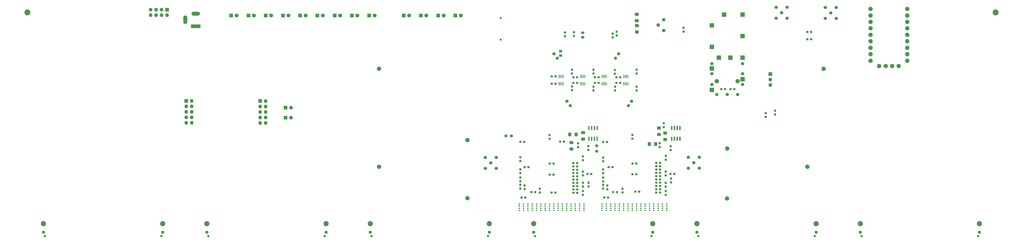
<source format=gbr>
G04 #@! TF.GenerationSoftware,KiCad,Pcbnew,5.1.10-88a1d61d58~88~ubuntu18.04.1*
G04 #@! TF.CreationDate,2021-08-16T10:40:17-04:00*
G04 #@! TF.ProjectId,readout_trenz,72656164-6f75-4745-9f74-72656e7a2e6b,rev?*
G04 #@! TF.SameCoordinates,Original*
G04 #@! TF.FileFunction,Soldermask,Bot*
G04 #@! TF.FilePolarity,Negative*
%FSLAX46Y46*%
G04 Gerber Fmt 4.6, Leading zero omitted, Abs format (unit mm)*
G04 Created by KiCad (PCBNEW 5.1.10-88a1d61d58~88~ubuntu18.04.1) date 2021-08-16 10:40:17*
%MOMM*%
%LPD*%
G01*
G04 APERTURE LIST*
%ADD10R,4.400000X1.800000*%
%ADD11O,4.000000X1.800000*%
%ADD12O,1.800000X4.000000*%
%ADD13O,1.700000X1.700000*%
%ADD14R,1.700000X1.700000*%
%ADD15C,2.000000*%
%ADD16C,1.400000*%
%ADD17C,2.794000*%
%ADD18R,2.000000X2.000000*%
%ADD19C,1.500000*%
%ADD20C,1.000000*%
%ADD21C,1.450000*%
%ADD22C,1.620000*%
%ADD23C,1.800000*%
%ADD24R,1.800000X1.800000*%
%ADD25C,1.100000*%
%ADD26C,2.410000*%
%ADD27C,1.524000*%
%ADD28R,0.300000X1.600000*%
G04 APERTURE END LIST*
D10*
X183560000Y-110000000D03*
D11*
X183560000Y-104200000D03*
D12*
X178760000Y-107000000D03*
D13*
X215981600Y-144705400D03*
X213441600Y-149785400D03*
X215981600Y-152325400D03*
X213441600Y-147245400D03*
X213441600Y-152325400D03*
X215981600Y-147245400D03*
X215981600Y-154865400D03*
D14*
X213441600Y-144690000D03*
D13*
X215981600Y-149785400D03*
X213441600Y-154865400D03*
X181692200Y-144692400D03*
X179152200Y-149772400D03*
X181692200Y-152312400D03*
X179152200Y-147232400D03*
X179152200Y-152312400D03*
X181692200Y-147232400D03*
X181692200Y-154852400D03*
D14*
X179152200Y-144690000D03*
D13*
X181692200Y-149772400D03*
X179152200Y-154850000D03*
G36*
G01*
X447662500Y-151550000D02*
X448137500Y-151550000D01*
G75*
G02*
X448375000Y-151787500I0J-237500D01*
G01*
X448375000Y-152362500D01*
G75*
G02*
X448137500Y-152600000I-237500J0D01*
G01*
X447662500Y-152600000D01*
G75*
G02*
X447425000Y-152362500I0J237500D01*
G01*
X447425000Y-151787500D01*
G75*
G02*
X447662500Y-151550000I237500J0D01*
G01*
G37*
G36*
G01*
X447662500Y-149800000D02*
X448137500Y-149800000D01*
G75*
G02*
X448375000Y-150037500I0J-237500D01*
G01*
X448375000Y-150612500D01*
G75*
G02*
X448137500Y-150850000I-237500J0D01*
G01*
X447662500Y-150850000D01*
G75*
G02*
X447425000Y-150612500I0J237500D01*
G01*
X447425000Y-150037500D01*
G75*
G02*
X447662500Y-149800000I237500J0D01*
G01*
G37*
G36*
G01*
X451962500Y-150450000D02*
X452437500Y-150450000D01*
G75*
G02*
X452675000Y-150687500I0J-237500D01*
G01*
X452675000Y-151262500D01*
G75*
G02*
X452437500Y-151500000I-237500J0D01*
G01*
X451962500Y-151500000D01*
G75*
G02*
X451725000Y-151262500I0J237500D01*
G01*
X451725000Y-150687500D01*
G75*
G02*
X451962500Y-150450000I237500J0D01*
G01*
G37*
G36*
G01*
X451962500Y-148700000D02*
X452437500Y-148700000D01*
G75*
G02*
X452675000Y-148937500I0J-237500D01*
G01*
X452675000Y-149512500D01*
G75*
G02*
X452437500Y-149750000I-237500J0D01*
G01*
X451962500Y-149750000D01*
G75*
G02*
X451725000Y-149512500I0J237500D01*
G01*
X451725000Y-148937500D01*
G75*
G02*
X451962500Y-148700000I237500J0D01*
G01*
G37*
D15*
X513500000Y-102000000D03*
X513500000Y-114000000D03*
X513500000Y-111000000D03*
X513500000Y-123000000D03*
X513500000Y-108000000D03*
X513500000Y-105000000D03*
X513500000Y-117000000D03*
X513500000Y-120000000D03*
X513500000Y-126000000D03*
X496500000Y-114000000D03*
X496500000Y-102000000D03*
X496500000Y-108000000D03*
X496500000Y-105000000D03*
X496500000Y-111000000D03*
X496500000Y-123000000D03*
X496500000Y-117000000D03*
X496500000Y-126000000D03*
X496500000Y-120000000D03*
X500500000Y-128500000D03*
X509500000Y-128500000D03*
X506500000Y-128500000D03*
X503500000Y-128500000D03*
G36*
G01*
X363805000Y-160105000D02*
X362555000Y-160105000D01*
G75*
G02*
X362305000Y-159855000I0J250000D01*
G01*
X362305000Y-158930000D01*
G75*
G02*
X362555000Y-158680000I250000J0D01*
G01*
X363805000Y-158680000D01*
G75*
G02*
X364055000Y-158930000I0J-250000D01*
G01*
X364055000Y-159855000D01*
G75*
G02*
X363805000Y-160105000I-250000J0D01*
G01*
G37*
G36*
G01*
X363805000Y-163080000D02*
X362555000Y-163080000D01*
G75*
G02*
X362305000Y-162830000I0J250000D01*
G01*
X362305000Y-161905000D01*
G75*
G02*
X362555000Y-161655000I250000J0D01*
G01*
X363805000Y-161655000D01*
G75*
G02*
X364055000Y-161905000I0J-250000D01*
G01*
X364055000Y-162830000D01*
G75*
G02*
X363805000Y-163080000I-250000J0D01*
G01*
G37*
G36*
G01*
X357715000Y-159615000D02*
X357715000Y-160865000D01*
G75*
G02*
X357465000Y-161115000I-250000J0D01*
G01*
X356540000Y-161115000D01*
G75*
G02*
X356290000Y-160865000I0J250000D01*
G01*
X356290000Y-159615000D01*
G75*
G02*
X356540000Y-159365000I250000J0D01*
G01*
X357465000Y-159365000D01*
G75*
G02*
X357715000Y-159615000I0J-250000D01*
G01*
G37*
G36*
G01*
X360690000Y-159615000D02*
X360690000Y-160865000D01*
G75*
G02*
X360440000Y-161115000I-250000J0D01*
G01*
X359515000Y-161115000D01*
G75*
G02*
X359265000Y-160865000I0J250000D01*
G01*
X359265000Y-159615000D01*
G75*
G02*
X359515000Y-159365000I250000J0D01*
G01*
X360440000Y-159365000D01*
G75*
G02*
X360690000Y-159615000I0J-250000D01*
G01*
G37*
G36*
G01*
X357175000Y-166285000D02*
X358425000Y-166285000D01*
G75*
G02*
X358675000Y-166535000I0J-250000D01*
G01*
X358675000Y-167460000D01*
G75*
G02*
X358425000Y-167710000I-250000J0D01*
G01*
X357175000Y-167710000D01*
G75*
G02*
X356925000Y-167460000I0J250000D01*
G01*
X356925000Y-166535000D01*
G75*
G02*
X357175000Y-166285000I250000J0D01*
G01*
G37*
G36*
G01*
X357175000Y-163310000D02*
X358425000Y-163310000D01*
G75*
G02*
X358675000Y-163560000I0J-250000D01*
G01*
X358675000Y-164485000D01*
G75*
G02*
X358425000Y-164735000I-250000J0D01*
G01*
X357175000Y-164735000D01*
G75*
G02*
X356925000Y-164485000I0J250000D01*
G01*
X356925000Y-163560000D01*
G75*
G02*
X357175000Y-163310000I250000J0D01*
G01*
G37*
G36*
G01*
X398995000Y-157975000D02*
X397745000Y-157975000D01*
G75*
G02*
X397495000Y-157725000I0J250000D01*
G01*
X397495000Y-156800000D01*
G75*
G02*
X397745000Y-156550000I250000J0D01*
G01*
X398995000Y-156550000D01*
G75*
G02*
X399245000Y-156800000I0J-250000D01*
G01*
X399245000Y-157725000D01*
G75*
G02*
X398995000Y-157975000I-250000J0D01*
G01*
G37*
G36*
G01*
X398995000Y-160950000D02*
X397745000Y-160950000D01*
G75*
G02*
X397495000Y-160700000I0J250000D01*
G01*
X397495000Y-159775000D01*
G75*
G02*
X397745000Y-159525000I250000J0D01*
G01*
X398995000Y-159525000D01*
G75*
G02*
X399245000Y-159775000I0J-250000D01*
G01*
X399245000Y-160700000D01*
G75*
G02*
X398995000Y-160950000I-250000J0D01*
G01*
G37*
G36*
G01*
X401875000Y-160325000D02*
X400625000Y-160325000D01*
G75*
G02*
X400375000Y-160075000I0J250000D01*
G01*
X400375000Y-159150000D01*
G75*
G02*
X400625000Y-158900000I250000J0D01*
G01*
X401875000Y-158900000D01*
G75*
G02*
X402125000Y-159150000I0J-250000D01*
G01*
X402125000Y-160075000D01*
G75*
G02*
X401875000Y-160325000I-250000J0D01*
G01*
G37*
G36*
G01*
X401875000Y-163300000D02*
X400625000Y-163300000D01*
G75*
G02*
X400375000Y-163050000I0J250000D01*
G01*
X400375000Y-162125000D01*
G75*
G02*
X400625000Y-161875000I250000J0D01*
G01*
X401875000Y-161875000D01*
G75*
G02*
X402125000Y-162125000I0J-250000D01*
G01*
X402125000Y-163050000D01*
G75*
G02*
X401875000Y-163300000I-250000J0D01*
G01*
G37*
G36*
G01*
X394605000Y-164045000D02*
X394605000Y-165295000D01*
G75*
G02*
X394355000Y-165545000I-250000J0D01*
G01*
X393430000Y-165545000D01*
G75*
G02*
X393180000Y-165295000I0J250000D01*
G01*
X393180000Y-164045000D01*
G75*
G02*
X393430000Y-163795000I250000J0D01*
G01*
X394355000Y-163795000D01*
G75*
G02*
X394605000Y-164045000I0J-250000D01*
G01*
G37*
G36*
G01*
X397580000Y-164045000D02*
X397580000Y-165295000D01*
G75*
G02*
X397330000Y-165545000I-250000J0D01*
G01*
X396405000Y-165545000D01*
G75*
G02*
X396155000Y-165295000I0J250000D01*
G01*
X396155000Y-164045000D01*
G75*
G02*
X396405000Y-163795000I250000J0D01*
G01*
X397330000Y-163795000D01*
G75*
G02*
X397580000Y-164045000I0J-250000D01*
G01*
G37*
D13*
X450000000Y-137310000D03*
X450000000Y-134770000D03*
D14*
X450000000Y-132230000D03*
D16*
X327460000Y-160900000D03*
X330000000Y-160900000D03*
X369500000Y-168040000D03*
X369500000Y-165500000D03*
D15*
X467230000Y-175200000D03*
X474760000Y-129750000D03*
X429990000Y-190000000D03*
X430010000Y-166740000D03*
X309520000Y-189780000D03*
X309550000Y-162860000D03*
X268610000Y-175230000D03*
X268590000Y-129750000D03*
G36*
G01*
X359940000Y-186007500D02*
X359940000Y-185532500D01*
G75*
G02*
X360177500Y-185295000I237500J0D01*
G01*
X360752500Y-185295000D01*
G75*
G02*
X360990000Y-185532500I0J-237500D01*
G01*
X360990000Y-186007500D01*
G75*
G02*
X360752500Y-186245000I-237500J0D01*
G01*
X360177500Y-186245000D01*
G75*
G02*
X359940000Y-186007500I0J237500D01*
G01*
G37*
G36*
G01*
X358190000Y-186007500D02*
X358190000Y-185532500D01*
G75*
G02*
X358427500Y-185295000I237500J0D01*
G01*
X359002500Y-185295000D01*
G75*
G02*
X359240000Y-185532500I0J-237500D01*
G01*
X359240000Y-186007500D01*
G75*
G02*
X359002500Y-186245000I-237500J0D01*
G01*
X358427500Y-186245000D01*
G75*
G02*
X358190000Y-186007500I0J237500D01*
G01*
G37*
G36*
G01*
X359940000Y-187537500D02*
X359940000Y-187062500D01*
G75*
G02*
X360177500Y-186825000I237500J0D01*
G01*
X360752500Y-186825000D01*
G75*
G02*
X360990000Y-187062500I0J-237500D01*
G01*
X360990000Y-187537500D01*
G75*
G02*
X360752500Y-187775000I-237500J0D01*
G01*
X360177500Y-187775000D01*
G75*
G02*
X359940000Y-187537500I0J237500D01*
G01*
G37*
G36*
G01*
X358190000Y-187537500D02*
X358190000Y-187062500D01*
G75*
G02*
X358427500Y-186825000I237500J0D01*
G01*
X359002500Y-186825000D01*
G75*
G02*
X359240000Y-187062500I0J-237500D01*
G01*
X359240000Y-187537500D01*
G75*
G02*
X359002500Y-187775000I-237500J0D01*
G01*
X358427500Y-187775000D01*
G75*
G02*
X358190000Y-187537500I0J237500D01*
G01*
G37*
G36*
G01*
X359900000Y-175307500D02*
X359900000Y-174832500D01*
G75*
G02*
X360137500Y-174595000I237500J0D01*
G01*
X360712500Y-174595000D01*
G75*
G02*
X360950000Y-174832500I0J-237500D01*
G01*
X360950000Y-175307500D01*
G75*
G02*
X360712500Y-175545000I-237500J0D01*
G01*
X360137500Y-175545000D01*
G75*
G02*
X359900000Y-175307500I0J237500D01*
G01*
G37*
G36*
G01*
X358150000Y-175307500D02*
X358150000Y-174832500D01*
G75*
G02*
X358387500Y-174595000I237500J0D01*
G01*
X358962500Y-174595000D01*
G75*
G02*
X359200000Y-174832500I0J-237500D01*
G01*
X359200000Y-175307500D01*
G75*
G02*
X358962500Y-175545000I-237500J0D01*
G01*
X358387500Y-175545000D01*
G75*
G02*
X358150000Y-175307500I0J237500D01*
G01*
G37*
G36*
G01*
X359900000Y-173777500D02*
X359900000Y-173302500D01*
G75*
G02*
X360137500Y-173065000I237500J0D01*
G01*
X360712500Y-173065000D01*
G75*
G02*
X360950000Y-173302500I0J-237500D01*
G01*
X360950000Y-173777500D01*
G75*
G02*
X360712500Y-174015000I-237500J0D01*
G01*
X360137500Y-174015000D01*
G75*
G02*
X359900000Y-173777500I0J237500D01*
G01*
G37*
G36*
G01*
X358150000Y-173777500D02*
X358150000Y-173302500D01*
G75*
G02*
X358387500Y-173065000I237500J0D01*
G01*
X358962500Y-173065000D01*
G75*
G02*
X359200000Y-173302500I0J-237500D01*
G01*
X359200000Y-173777500D01*
G75*
G02*
X358962500Y-174015000I-237500J0D01*
G01*
X358387500Y-174015000D01*
G75*
G02*
X358150000Y-173777500I0J237500D01*
G01*
G37*
G36*
G01*
X359910000Y-179887500D02*
X359910000Y-179412500D01*
G75*
G02*
X360147500Y-179175000I237500J0D01*
G01*
X360722500Y-179175000D01*
G75*
G02*
X360960000Y-179412500I0J-237500D01*
G01*
X360960000Y-179887500D01*
G75*
G02*
X360722500Y-180125000I-237500J0D01*
G01*
X360147500Y-180125000D01*
G75*
G02*
X359910000Y-179887500I0J237500D01*
G01*
G37*
G36*
G01*
X358160000Y-179887500D02*
X358160000Y-179412500D01*
G75*
G02*
X358397500Y-179175000I237500J0D01*
G01*
X358972500Y-179175000D01*
G75*
G02*
X359210000Y-179412500I0J-237500D01*
G01*
X359210000Y-179887500D01*
G75*
G02*
X358972500Y-180125000I-237500J0D01*
G01*
X358397500Y-180125000D01*
G75*
G02*
X358160000Y-179887500I0J237500D01*
G01*
G37*
G36*
G01*
X359920000Y-182947500D02*
X359920000Y-182472500D01*
G75*
G02*
X360157500Y-182235000I237500J0D01*
G01*
X360732500Y-182235000D01*
G75*
G02*
X360970000Y-182472500I0J-237500D01*
G01*
X360970000Y-182947500D01*
G75*
G02*
X360732500Y-183185000I-237500J0D01*
G01*
X360157500Y-183185000D01*
G75*
G02*
X359920000Y-182947500I0J237500D01*
G01*
G37*
G36*
G01*
X358170000Y-182947500D02*
X358170000Y-182472500D01*
G75*
G02*
X358407500Y-182235000I237500J0D01*
G01*
X358982500Y-182235000D01*
G75*
G02*
X359220000Y-182472500I0J-237500D01*
G01*
X359220000Y-182947500D01*
G75*
G02*
X358982500Y-183185000I-237500J0D01*
G01*
X358407500Y-183185000D01*
G75*
G02*
X358170000Y-182947500I0J237500D01*
G01*
G37*
G36*
G01*
X398350000Y-185927500D02*
X398350000Y-185452500D01*
G75*
G02*
X398587500Y-185215000I237500J0D01*
G01*
X399162500Y-185215000D01*
G75*
G02*
X399400000Y-185452500I0J-237500D01*
G01*
X399400000Y-185927500D01*
G75*
G02*
X399162500Y-186165000I-237500J0D01*
G01*
X398587500Y-186165000D01*
G75*
G02*
X398350000Y-185927500I0J237500D01*
G01*
G37*
G36*
G01*
X396600000Y-185927500D02*
X396600000Y-185452500D01*
G75*
G02*
X396837500Y-185215000I237500J0D01*
G01*
X397412500Y-185215000D01*
G75*
G02*
X397650000Y-185452500I0J-237500D01*
G01*
X397650000Y-185927500D01*
G75*
G02*
X397412500Y-186165000I-237500J0D01*
G01*
X396837500Y-186165000D01*
G75*
G02*
X396600000Y-185927500I0J237500D01*
G01*
G37*
G36*
G01*
X398330000Y-187437500D02*
X398330000Y-186962500D01*
G75*
G02*
X398567500Y-186725000I237500J0D01*
G01*
X399142500Y-186725000D01*
G75*
G02*
X399380000Y-186962500I0J-237500D01*
G01*
X399380000Y-187437500D01*
G75*
G02*
X399142500Y-187675000I-237500J0D01*
G01*
X398567500Y-187675000D01*
G75*
G02*
X398330000Y-187437500I0J237500D01*
G01*
G37*
G36*
G01*
X396580000Y-187437500D02*
X396580000Y-186962500D01*
G75*
G02*
X396817500Y-186725000I237500J0D01*
G01*
X397392500Y-186725000D01*
G75*
G02*
X397630000Y-186962500I0J-237500D01*
G01*
X397630000Y-187437500D01*
G75*
G02*
X397392500Y-187675000I-237500J0D01*
G01*
X396817500Y-187675000D01*
G75*
G02*
X396580000Y-187437500I0J237500D01*
G01*
G37*
G36*
G01*
X398350000Y-175207500D02*
X398350000Y-174732500D01*
G75*
G02*
X398587500Y-174495000I237500J0D01*
G01*
X399162500Y-174495000D01*
G75*
G02*
X399400000Y-174732500I0J-237500D01*
G01*
X399400000Y-175207500D01*
G75*
G02*
X399162500Y-175445000I-237500J0D01*
G01*
X398587500Y-175445000D01*
G75*
G02*
X398350000Y-175207500I0J237500D01*
G01*
G37*
G36*
G01*
X396600000Y-175207500D02*
X396600000Y-174732500D01*
G75*
G02*
X396837500Y-174495000I237500J0D01*
G01*
X397412500Y-174495000D01*
G75*
G02*
X397650000Y-174732500I0J-237500D01*
G01*
X397650000Y-175207500D01*
G75*
G02*
X397412500Y-175445000I-237500J0D01*
G01*
X396837500Y-175445000D01*
G75*
G02*
X396600000Y-175207500I0J237500D01*
G01*
G37*
G36*
G01*
X398350000Y-173677500D02*
X398350000Y-173202500D01*
G75*
G02*
X398587500Y-172965000I237500J0D01*
G01*
X399162500Y-172965000D01*
G75*
G02*
X399400000Y-173202500I0J-237500D01*
G01*
X399400000Y-173677500D01*
G75*
G02*
X399162500Y-173915000I-237500J0D01*
G01*
X398587500Y-173915000D01*
G75*
G02*
X398350000Y-173677500I0J237500D01*
G01*
G37*
G36*
G01*
X396600000Y-173677500D02*
X396600000Y-173202500D01*
G75*
G02*
X396837500Y-172965000I237500J0D01*
G01*
X397412500Y-172965000D01*
G75*
G02*
X397650000Y-173202500I0J-237500D01*
G01*
X397650000Y-173677500D01*
G75*
G02*
X397412500Y-173915000I-237500J0D01*
G01*
X396837500Y-173915000D01*
G75*
G02*
X396600000Y-173677500I0J237500D01*
G01*
G37*
G36*
G01*
X398350000Y-179817500D02*
X398350000Y-179342500D01*
G75*
G02*
X398587500Y-179105000I237500J0D01*
G01*
X399162500Y-179105000D01*
G75*
G02*
X399400000Y-179342500I0J-237500D01*
G01*
X399400000Y-179817500D01*
G75*
G02*
X399162500Y-180055000I-237500J0D01*
G01*
X398587500Y-180055000D01*
G75*
G02*
X398350000Y-179817500I0J237500D01*
G01*
G37*
G36*
G01*
X396600000Y-179817500D02*
X396600000Y-179342500D01*
G75*
G02*
X396837500Y-179105000I237500J0D01*
G01*
X397412500Y-179105000D01*
G75*
G02*
X397650000Y-179342500I0J-237500D01*
G01*
X397650000Y-179817500D01*
G75*
G02*
X397412500Y-180055000I-237500J0D01*
G01*
X396837500Y-180055000D01*
G75*
G02*
X396600000Y-179817500I0J237500D01*
G01*
G37*
G36*
G01*
X398360000Y-182867500D02*
X398360000Y-182392500D01*
G75*
G02*
X398597500Y-182155000I237500J0D01*
G01*
X399172500Y-182155000D01*
G75*
G02*
X399410000Y-182392500I0J-237500D01*
G01*
X399410000Y-182867500D01*
G75*
G02*
X399172500Y-183105000I-237500J0D01*
G01*
X398597500Y-183105000D01*
G75*
G02*
X398360000Y-182867500I0J237500D01*
G01*
G37*
G36*
G01*
X396610000Y-182867500D02*
X396610000Y-182392500D01*
G75*
G02*
X396847500Y-182155000I237500J0D01*
G01*
X397422500Y-182155000D01*
G75*
G02*
X397660000Y-182392500I0J-237500D01*
G01*
X397660000Y-182867500D01*
G75*
G02*
X397422500Y-183105000I-237500J0D01*
G01*
X396847500Y-183105000D01*
G75*
G02*
X396610000Y-182867500I0J237500D01*
G01*
G37*
D17*
X554500000Y-103570000D03*
X105500000Y-103570000D03*
G36*
G01*
X340450000Y-187227500D02*
X340450000Y-186752500D01*
G75*
G02*
X340687500Y-186515000I237500J0D01*
G01*
X341262500Y-186515000D01*
G75*
G02*
X341500000Y-186752500I0J-237500D01*
G01*
X341500000Y-187227500D01*
G75*
G02*
X341262500Y-187465000I-237500J0D01*
G01*
X340687500Y-187465000D01*
G75*
G02*
X340450000Y-187227500I0J237500D01*
G01*
G37*
G36*
G01*
X338700000Y-187227500D02*
X338700000Y-186752500D01*
G75*
G02*
X338937500Y-186515000I237500J0D01*
G01*
X339512500Y-186515000D01*
G75*
G02*
X339750000Y-186752500I0J-237500D01*
G01*
X339750000Y-187227500D01*
G75*
G02*
X339512500Y-187465000I-237500J0D01*
G01*
X338937500Y-187465000D01*
G75*
G02*
X338700000Y-187227500I0J237500D01*
G01*
G37*
G36*
G01*
X378350000Y-187237500D02*
X378350000Y-186762500D01*
G75*
G02*
X378587500Y-186525000I237500J0D01*
G01*
X379162500Y-186525000D01*
G75*
G02*
X379400000Y-186762500I0J-237500D01*
G01*
X379400000Y-187237500D01*
G75*
G02*
X379162500Y-187475000I-237500J0D01*
G01*
X378587500Y-187475000D01*
G75*
G02*
X378350000Y-187237500I0J237500D01*
G01*
G37*
G36*
G01*
X376600000Y-187237500D02*
X376600000Y-186762500D01*
G75*
G02*
X376837500Y-186525000I237500J0D01*
G01*
X377412500Y-186525000D01*
G75*
G02*
X377650000Y-186762500I0J-237500D01*
G01*
X377650000Y-187237500D01*
G75*
G02*
X377412500Y-187475000I-237500J0D01*
G01*
X376837500Y-187475000D01*
G75*
G02*
X376600000Y-187237500I0J237500D01*
G01*
G37*
D15*
X425250000Y-135480000D03*
X434850000Y-135480000D03*
D18*
X437175000Y-134580000D03*
X437175000Y-124580000D03*
X437175000Y-114580000D03*
X437175000Y-104580000D03*
D19*
X430050000Y-141680000D03*
X434850000Y-141680000D03*
X425250000Y-141680000D03*
D18*
X422925000Y-139580000D03*
X422925000Y-129580000D03*
X422925000Y-119580000D03*
X422925000Y-109580000D03*
X428600000Y-104580000D03*
X426100000Y-124580000D03*
X431500000Y-124580000D03*
D19*
X422925000Y-137080000D03*
X437175000Y-137080000D03*
X437175000Y-132080000D03*
X437175000Y-127380000D03*
X422925000Y-127380000D03*
X422925000Y-132080000D03*
D20*
X325000000Y-106240000D03*
X325000000Y-116240000D03*
D19*
X379675000Y-122850000D03*
X349725000Y-122850000D03*
D21*
X378200000Y-124850000D03*
X351200000Y-124850000D03*
X357200000Y-146850000D03*
X384200000Y-146850000D03*
D19*
X355725000Y-144850000D03*
X385675000Y-144850000D03*
G36*
G01*
X388700000Y-105175000D02*
X387450000Y-105175000D01*
G75*
G02*
X387200000Y-104925000I0J250000D01*
G01*
X387200000Y-104000000D01*
G75*
G02*
X387450000Y-103750000I250000J0D01*
G01*
X388700000Y-103750000D01*
G75*
G02*
X388950000Y-104000000I0J-250000D01*
G01*
X388950000Y-104925000D01*
G75*
G02*
X388700000Y-105175000I-250000J0D01*
G01*
G37*
G36*
G01*
X388700000Y-108150000D02*
X387450000Y-108150000D01*
G75*
G02*
X387200000Y-107900000I0J250000D01*
G01*
X387200000Y-106975000D01*
G75*
G02*
X387450000Y-106725000I250000J0D01*
G01*
X388700000Y-106725000D01*
G75*
G02*
X388950000Y-106975000I0J-250000D01*
G01*
X388950000Y-107900000D01*
G75*
G02*
X388700000Y-108150000I-250000J0D01*
G01*
G37*
G36*
G01*
X388750000Y-110425000D02*
X387500000Y-110425000D01*
G75*
G02*
X387250000Y-110175000I0J250000D01*
G01*
X387250000Y-109250000D01*
G75*
G02*
X387500000Y-109000000I250000J0D01*
G01*
X388750000Y-109000000D01*
G75*
G02*
X389000000Y-109250000I0J-250000D01*
G01*
X389000000Y-110175000D01*
G75*
G02*
X388750000Y-110425000I-250000J0D01*
G01*
G37*
G36*
G01*
X388750000Y-113400000D02*
X387500000Y-113400000D01*
G75*
G02*
X387250000Y-113150000I0J250000D01*
G01*
X387250000Y-112225000D01*
G75*
G02*
X387500000Y-111975000I250000J0D01*
G01*
X388750000Y-111975000D01*
G75*
G02*
X389000000Y-112225000I0J-250000D01*
G01*
X389000000Y-113150000D01*
G75*
G02*
X388750000Y-113400000I-250000J0D01*
G01*
G37*
D22*
X400550000Y-111950000D03*
X398050000Y-109450000D03*
X400550000Y-106950000D03*
G36*
G01*
X410037500Y-111275000D02*
X409562500Y-111275000D01*
G75*
G02*
X409325000Y-111037500I0J237500D01*
G01*
X409325000Y-110462500D01*
G75*
G02*
X409562500Y-110225000I237500J0D01*
G01*
X410037500Y-110225000D01*
G75*
G02*
X410275000Y-110462500I0J-237500D01*
G01*
X410275000Y-111037500D01*
G75*
G02*
X410037500Y-111275000I-237500J0D01*
G01*
G37*
G36*
G01*
X410037500Y-113025000D02*
X409562500Y-113025000D01*
G75*
G02*
X409325000Y-112787500I0J237500D01*
G01*
X409325000Y-112212500D01*
G75*
G02*
X409562500Y-111975000I237500J0D01*
G01*
X410037500Y-111975000D01*
G75*
G02*
X410275000Y-112212500I0J-237500D01*
G01*
X410275000Y-112787500D01*
G75*
G02*
X410037500Y-113025000I-237500J0D01*
G01*
G37*
D23*
X242540000Y-105000000D03*
D24*
X240000000Y-105000000D03*
D13*
X162680000Y-104840000D03*
X162680000Y-102300000D03*
X165220000Y-104840000D03*
X165220000Y-102300000D03*
X167760000Y-104840000D03*
X167760000Y-102300000D03*
X170300000Y-104840000D03*
D14*
X170300000Y-102300000D03*
D25*
X394875000Y-207380000D03*
D26*
X395500000Y-201600000D03*
D25*
X340875000Y-207380000D03*
D26*
X340250000Y-201600000D03*
D21*
X395500000Y-205600000D03*
X340250000Y-205600000D03*
G36*
G01*
X371827500Y-192220000D02*
X372172500Y-192220000D01*
G75*
G02*
X372320000Y-192367500I0J-147500D01*
G01*
X372320000Y-192662500D01*
G75*
G02*
X372172500Y-192810000I-147500J0D01*
G01*
X371827500Y-192810000D01*
G75*
G02*
X371680000Y-192662500I0J147500D01*
G01*
X371680000Y-192367500D01*
G75*
G02*
X371827500Y-192220000I147500J0D01*
G01*
G37*
G36*
G01*
X371827500Y-193190000D02*
X372172500Y-193190000D01*
G75*
G02*
X372320000Y-193337500I0J-147500D01*
G01*
X372320000Y-193632500D01*
G75*
G02*
X372172500Y-193780000I-147500J0D01*
G01*
X371827500Y-193780000D01*
G75*
G02*
X371680000Y-193632500I0J147500D01*
G01*
X371680000Y-193337500D01*
G75*
G02*
X371827500Y-193190000I147500J0D01*
G01*
G37*
G36*
G01*
X373827500Y-193190000D02*
X374172500Y-193190000D01*
G75*
G02*
X374320000Y-193337500I0J-147500D01*
G01*
X374320000Y-193632500D01*
G75*
G02*
X374172500Y-193780000I-147500J0D01*
G01*
X373827500Y-193780000D01*
G75*
G02*
X373680000Y-193632500I0J147500D01*
G01*
X373680000Y-193337500D01*
G75*
G02*
X373827500Y-193190000I147500J0D01*
G01*
G37*
G36*
G01*
X373827500Y-192220000D02*
X374172500Y-192220000D01*
G75*
G02*
X374320000Y-192367500I0J-147500D01*
G01*
X374320000Y-192662500D01*
G75*
G02*
X374172500Y-192810000I-147500J0D01*
G01*
X373827500Y-192810000D01*
G75*
G02*
X373680000Y-192662500I0J147500D01*
G01*
X373680000Y-192367500D01*
G75*
G02*
X373827500Y-192220000I147500J0D01*
G01*
G37*
G36*
G01*
X375827500Y-192220000D02*
X376172500Y-192220000D01*
G75*
G02*
X376320000Y-192367500I0J-147500D01*
G01*
X376320000Y-192662500D01*
G75*
G02*
X376172500Y-192810000I-147500J0D01*
G01*
X375827500Y-192810000D01*
G75*
G02*
X375680000Y-192662500I0J147500D01*
G01*
X375680000Y-192367500D01*
G75*
G02*
X375827500Y-192220000I147500J0D01*
G01*
G37*
G36*
G01*
X375827500Y-193190000D02*
X376172500Y-193190000D01*
G75*
G02*
X376320000Y-193337500I0J-147500D01*
G01*
X376320000Y-193632500D01*
G75*
G02*
X376172500Y-193780000I-147500J0D01*
G01*
X375827500Y-193780000D01*
G75*
G02*
X375680000Y-193632500I0J147500D01*
G01*
X375680000Y-193337500D01*
G75*
G02*
X375827500Y-193190000I147500J0D01*
G01*
G37*
G36*
G01*
X377827500Y-193190000D02*
X378172500Y-193190000D01*
G75*
G02*
X378320000Y-193337500I0J-147500D01*
G01*
X378320000Y-193632500D01*
G75*
G02*
X378172500Y-193780000I-147500J0D01*
G01*
X377827500Y-193780000D01*
G75*
G02*
X377680000Y-193632500I0J147500D01*
G01*
X377680000Y-193337500D01*
G75*
G02*
X377827500Y-193190000I147500J0D01*
G01*
G37*
G36*
G01*
X377827500Y-192220000D02*
X378172500Y-192220000D01*
G75*
G02*
X378320000Y-192367500I0J-147500D01*
G01*
X378320000Y-192662500D01*
G75*
G02*
X378172500Y-192810000I-147500J0D01*
G01*
X377827500Y-192810000D01*
G75*
G02*
X377680000Y-192662500I0J147500D01*
G01*
X377680000Y-192367500D01*
G75*
G02*
X377827500Y-192220000I147500J0D01*
G01*
G37*
G36*
G01*
X379827500Y-192220000D02*
X380172500Y-192220000D01*
G75*
G02*
X380320000Y-192367500I0J-147500D01*
G01*
X380320000Y-192662500D01*
G75*
G02*
X380172500Y-192810000I-147500J0D01*
G01*
X379827500Y-192810000D01*
G75*
G02*
X379680000Y-192662500I0J147500D01*
G01*
X379680000Y-192367500D01*
G75*
G02*
X379827500Y-192220000I147500J0D01*
G01*
G37*
G36*
G01*
X379827500Y-193190000D02*
X380172500Y-193190000D01*
G75*
G02*
X380320000Y-193337500I0J-147500D01*
G01*
X380320000Y-193632500D01*
G75*
G02*
X380172500Y-193780000I-147500J0D01*
G01*
X379827500Y-193780000D01*
G75*
G02*
X379680000Y-193632500I0J147500D01*
G01*
X379680000Y-193337500D01*
G75*
G02*
X379827500Y-193190000I147500J0D01*
G01*
G37*
G36*
G01*
X381827500Y-193190000D02*
X382172500Y-193190000D01*
G75*
G02*
X382320000Y-193337500I0J-147500D01*
G01*
X382320000Y-193632500D01*
G75*
G02*
X382172500Y-193780000I-147500J0D01*
G01*
X381827500Y-193780000D01*
G75*
G02*
X381680000Y-193632500I0J147500D01*
G01*
X381680000Y-193337500D01*
G75*
G02*
X381827500Y-193190000I147500J0D01*
G01*
G37*
G36*
G01*
X381827500Y-192220000D02*
X382172500Y-192220000D01*
G75*
G02*
X382320000Y-192367500I0J-147500D01*
G01*
X382320000Y-192662500D01*
G75*
G02*
X382172500Y-192810000I-147500J0D01*
G01*
X381827500Y-192810000D01*
G75*
G02*
X381680000Y-192662500I0J147500D01*
G01*
X381680000Y-192367500D01*
G75*
G02*
X381827500Y-192220000I147500J0D01*
G01*
G37*
G36*
G01*
X383827500Y-192220000D02*
X384172500Y-192220000D01*
G75*
G02*
X384320000Y-192367500I0J-147500D01*
G01*
X384320000Y-192662500D01*
G75*
G02*
X384172500Y-192810000I-147500J0D01*
G01*
X383827500Y-192810000D01*
G75*
G02*
X383680000Y-192662500I0J147500D01*
G01*
X383680000Y-192367500D01*
G75*
G02*
X383827500Y-192220000I147500J0D01*
G01*
G37*
G36*
G01*
X383827500Y-193190000D02*
X384172500Y-193190000D01*
G75*
G02*
X384320000Y-193337500I0J-147500D01*
G01*
X384320000Y-193632500D01*
G75*
G02*
X384172500Y-193780000I-147500J0D01*
G01*
X383827500Y-193780000D01*
G75*
G02*
X383680000Y-193632500I0J147500D01*
G01*
X383680000Y-193337500D01*
G75*
G02*
X383827500Y-193190000I147500J0D01*
G01*
G37*
G36*
G01*
X385827500Y-193190000D02*
X386172500Y-193190000D01*
G75*
G02*
X386320000Y-193337500I0J-147500D01*
G01*
X386320000Y-193632500D01*
G75*
G02*
X386172500Y-193780000I-147500J0D01*
G01*
X385827500Y-193780000D01*
G75*
G02*
X385680000Y-193632500I0J147500D01*
G01*
X385680000Y-193337500D01*
G75*
G02*
X385827500Y-193190000I147500J0D01*
G01*
G37*
G36*
G01*
X385827500Y-192220000D02*
X386172500Y-192220000D01*
G75*
G02*
X386320000Y-192367500I0J-147500D01*
G01*
X386320000Y-192662500D01*
G75*
G02*
X386172500Y-192810000I-147500J0D01*
G01*
X385827500Y-192810000D01*
G75*
G02*
X385680000Y-192662500I0J147500D01*
G01*
X385680000Y-192367500D01*
G75*
G02*
X385827500Y-192220000I147500J0D01*
G01*
G37*
G36*
G01*
X387827500Y-193190000D02*
X388172500Y-193190000D01*
G75*
G02*
X388320000Y-193337500I0J-147500D01*
G01*
X388320000Y-193632500D01*
G75*
G02*
X388172500Y-193780000I-147500J0D01*
G01*
X387827500Y-193780000D01*
G75*
G02*
X387680000Y-193632500I0J147500D01*
G01*
X387680000Y-193337500D01*
G75*
G02*
X387827500Y-193190000I147500J0D01*
G01*
G37*
G36*
G01*
X387827500Y-192220000D02*
X388172500Y-192220000D01*
G75*
G02*
X388320000Y-192367500I0J-147500D01*
G01*
X388320000Y-192662500D01*
G75*
G02*
X388172500Y-192810000I-147500J0D01*
G01*
X387827500Y-192810000D01*
G75*
G02*
X387680000Y-192662500I0J147500D01*
G01*
X387680000Y-192367500D01*
G75*
G02*
X387827500Y-192220000I147500J0D01*
G01*
G37*
G36*
G01*
X389827500Y-192220000D02*
X390172500Y-192220000D01*
G75*
G02*
X390320000Y-192367500I0J-147500D01*
G01*
X390320000Y-192662500D01*
G75*
G02*
X390172500Y-192810000I-147500J0D01*
G01*
X389827500Y-192810000D01*
G75*
G02*
X389680000Y-192662500I0J147500D01*
G01*
X389680000Y-192367500D01*
G75*
G02*
X389827500Y-192220000I147500J0D01*
G01*
G37*
G36*
G01*
X389827500Y-193190000D02*
X390172500Y-193190000D01*
G75*
G02*
X390320000Y-193337500I0J-147500D01*
G01*
X390320000Y-193632500D01*
G75*
G02*
X390172500Y-193780000I-147500J0D01*
G01*
X389827500Y-193780000D01*
G75*
G02*
X389680000Y-193632500I0J147500D01*
G01*
X389680000Y-193337500D01*
G75*
G02*
X389827500Y-193190000I147500J0D01*
G01*
G37*
G36*
G01*
X391827500Y-192220000D02*
X392172500Y-192220000D01*
G75*
G02*
X392320000Y-192367500I0J-147500D01*
G01*
X392320000Y-192662500D01*
G75*
G02*
X392172500Y-192810000I-147500J0D01*
G01*
X391827500Y-192810000D01*
G75*
G02*
X391680000Y-192662500I0J147500D01*
G01*
X391680000Y-192367500D01*
G75*
G02*
X391827500Y-192220000I147500J0D01*
G01*
G37*
G36*
G01*
X391827500Y-193190000D02*
X392172500Y-193190000D01*
G75*
G02*
X392320000Y-193337500I0J-147500D01*
G01*
X392320000Y-193632500D01*
G75*
G02*
X392172500Y-193780000I-147500J0D01*
G01*
X391827500Y-193780000D01*
G75*
G02*
X391680000Y-193632500I0J147500D01*
G01*
X391680000Y-193337500D01*
G75*
G02*
X391827500Y-193190000I147500J0D01*
G01*
G37*
G36*
G01*
X393827500Y-193190000D02*
X394172500Y-193190000D01*
G75*
G02*
X394320000Y-193337500I0J-147500D01*
G01*
X394320000Y-193632500D01*
G75*
G02*
X394172500Y-193780000I-147500J0D01*
G01*
X393827500Y-193780000D01*
G75*
G02*
X393680000Y-193632500I0J147500D01*
G01*
X393680000Y-193337500D01*
G75*
G02*
X393827500Y-193190000I147500J0D01*
G01*
G37*
G36*
G01*
X393827500Y-192220000D02*
X394172500Y-192220000D01*
G75*
G02*
X394320000Y-192367500I0J-147500D01*
G01*
X394320000Y-192662500D01*
G75*
G02*
X394172500Y-192810000I-147500J0D01*
G01*
X393827500Y-192810000D01*
G75*
G02*
X393680000Y-192662500I0J147500D01*
G01*
X393680000Y-192367500D01*
G75*
G02*
X393827500Y-192220000I147500J0D01*
G01*
G37*
G36*
G01*
X395827500Y-192220000D02*
X396172500Y-192220000D01*
G75*
G02*
X396320000Y-192367500I0J-147500D01*
G01*
X396320000Y-192662500D01*
G75*
G02*
X396172500Y-192810000I-147500J0D01*
G01*
X395827500Y-192810000D01*
G75*
G02*
X395680000Y-192662500I0J147500D01*
G01*
X395680000Y-192367500D01*
G75*
G02*
X395827500Y-192220000I147500J0D01*
G01*
G37*
G36*
G01*
X395827500Y-193190000D02*
X396172500Y-193190000D01*
G75*
G02*
X396320000Y-193337500I0J-147500D01*
G01*
X396320000Y-193632500D01*
G75*
G02*
X396172500Y-193780000I-147500J0D01*
G01*
X395827500Y-193780000D01*
G75*
G02*
X395680000Y-193632500I0J147500D01*
G01*
X395680000Y-193337500D01*
G75*
G02*
X395827500Y-193190000I147500J0D01*
G01*
G37*
G36*
G01*
X397827500Y-193190000D02*
X398172500Y-193190000D01*
G75*
G02*
X398320000Y-193337500I0J-147500D01*
G01*
X398320000Y-193632500D01*
G75*
G02*
X398172500Y-193780000I-147500J0D01*
G01*
X397827500Y-193780000D01*
G75*
G02*
X397680000Y-193632500I0J147500D01*
G01*
X397680000Y-193337500D01*
G75*
G02*
X397827500Y-193190000I147500J0D01*
G01*
G37*
G36*
G01*
X397827500Y-192220000D02*
X398172500Y-192220000D01*
G75*
G02*
X398320000Y-192367500I0J-147500D01*
G01*
X398320000Y-192662500D01*
G75*
G02*
X398172500Y-192810000I-147500J0D01*
G01*
X397827500Y-192810000D01*
G75*
G02*
X397680000Y-192662500I0J147500D01*
G01*
X397680000Y-192367500D01*
G75*
G02*
X397827500Y-192220000I147500J0D01*
G01*
G37*
G36*
G01*
X399827500Y-193190000D02*
X400172500Y-193190000D01*
G75*
G02*
X400320000Y-193337500I0J-147500D01*
G01*
X400320000Y-193632500D01*
G75*
G02*
X400172500Y-193780000I-147500J0D01*
G01*
X399827500Y-193780000D01*
G75*
G02*
X399680000Y-193632500I0J147500D01*
G01*
X399680000Y-193337500D01*
G75*
G02*
X399827500Y-193190000I147500J0D01*
G01*
G37*
G36*
G01*
X399827500Y-192220000D02*
X400172500Y-192220000D01*
G75*
G02*
X400320000Y-192367500I0J-147500D01*
G01*
X400320000Y-192662500D01*
G75*
G02*
X400172500Y-192810000I-147500J0D01*
G01*
X399827500Y-192810000D01*
G75*
G02*
X399680000Y-192662500I0J147500D01*
G01*
X399680000Y-192367500D01*
G75*
G02*
X399827500Y-192220000I147500J0D01*
G01*
G37*
G36*
G01*
X401827500Y-192220000D02*
X402172500Y-192220000D01*
G75*
G02*
X402320000Y-192367500I0J-147500D01*
G01*
X402320000Y-192662500D01*
G75*
G02*
X402172500Y-192810000I-147500J0D01*
G01*
X401827500Y-192810000D01*
G75*
G02*
X401680000Y-192662500I0J147500D01*
G01*
X401680000Y-192367500D01*
G75*
G02*
X401827500Y-192220000I147500J0D01*
G01*
G37*
G36*
G01*
X401827500Y-193190000D02*
X402172500Y-193190000D01*
G75*
G02*
X402320000Y-193337500I0J-147500D01*
G01*
X402320000Y-193632500D01*
G75*
G02*
X402172500Y-193780000I-147500J0D01*
G01*
X401827500Y-193780000D01*
G75*
G02*
X401680000Y-193632500I0J147500D01*
G01*
X401680000Y-193337500D01*
G75*
G02*
X401827500Y-193190000I147500J0D01*
G01*
G37*
G36*
G01*
X333427500Y-192220000D02*
X333772500Y-192220000D01*
G75*
G02*
X333920000Y-192367500I0J-147500D01*
G01*
X333920000Y-192662500D01*
G75*
G02*
X333772500Y-192810000I-147500J0D01*
G01*
X333427500Y-192810000D01*
G75*
G02*
X333280000Y-192662500I0J147500D01*
G01*
X333280000Y-192367500D01*
G75*
G02*
X333427500Y-192220000I147500J0D01*
G01*
G37*
G36*
G01*
X333427500Y-193190000D02*
X333772500Y-193190000D01*
G75*
G02*
X333920000Y-193337500I0J-147500D01*
G01*
X333920000Y-193632500D01*
G75*
G02*
X333772500Y-193780000I-147500J0D01*
G01*
X333427500Y-193780000D01*
G75*
G02*
X333280000Y-193632500I0J147500D01*
G01*
X333280000Y-193337500D01*
G75*
G02*
X333427500Y-193190000I147500J0D01*
G01*
G37*
G36*
G01*
X335427500Y-193190000D02*
X335772500Y-193190000D01*
G75*
G02*
X335920000Y-193337500I0J-147500D01*
G01*
X335920000Y-193632500D01*
G75*
G02*
X335772500Y-193780000I-147500J0D01*
G01*
X335427500Y-193780000D01*
G75*
G02*
X335280000Y-193632500I0J147500D01*
G01*
X335280000Y-193337500D01*
G75*
G02*
X335427500Y-193190000I147500J0D01*
G01*
G37*
G36*
G01*
X335427500Y-192220000D02*
X335772500Y-192220000D01*
G75*
G02*
X335920000Y-192367500I0J-147500D01*
G01*
X335920000Y-192662500D01*
G75*
G02*
X335772500Y-192810000I-147500J0D01*
G01*
X335427500Y-192810000D01*
G75*
G02*
X335280000Y-192662500I0J147500D01*
G01*
X335280000Y-192367500D01*
G75*
G02*
X335427500Y-192220000I147500J0D01*
G01*
G37*
G36*
G01*
X337427500Y-193190000D02*
X337772500Y-193190000D01*
G75*
G02*
X337920000Y-193337500I0J-147500D01*
G01*
X337920000Y-193632500D01*
G75*
G02*
X337772500Y-193780000I-147500J0D01*
G01*
X337427500Y-193780000D01*
G75*
G02*
X337280000Y-193632500I0J147500D01*
G01*
X337280000Y-193337500D01*
G75*
G02*
X337427500Y-193190000I147500J0D01*
G01*
G37*
G36*
G01*
X337427500Y-192220000D02*
X337772500Y-192220000D01*
G75*
G02*
X337920000Y-192367500I0J-147500D01*
G01*
X337920000Y-192662500D01*
G75*
G02*
X337772500Y-192810000I-147500J0D01*
G01*
X337427500Y-192810000D01*
G75*
G02*
X337280000Y-192662500I0J147500D01*
G01*
X337280000Y-192367500D01*
G75*
G02*
X337427500Y-192220000I147500J0D01*
G01*
G37*
G36*
G01*
X339427500Y-192220000D02*
X339772500Y-192220000D01*
G75*
G02*
X339920000Y-192367500I0J-147500D01*
G01*
X339920000Y-192662500D01*
G75*
G02*
X339772500Y-192810000I-147500J0D01*
G01*
X339427500Y-192810000D01*
G75*
G02*
X339280000Y-192662500I0J147500D01*
G01*
X339280000Y-192367500D01*
G75*
G02*
X339427500Y-192220000I147500J0D01*
G01*
G37*
G36*
G01*
X339427500Y-193190000D02*
X339772500Y-193190000D01*
G75*
G02*
X339920000Y-193337500I0J-147500D01*
G01*
X339920000Y-193632500D01*
G75*
G02*
X339772500Y-193780000I-147500J0D01*
G01*
X339427500Y-193780000D01*
G75*
G02*
X339280000Y-193632500I0J147500D01*
G01*
X339280000Y-193337500D01*
G75*
G02*
X339427500Y-193190000I147500J0D01*
G01*
G37*
G36*
G01*
X341427500Y-193190000D02*
X341772500Y-193190000D01*
G75*
G02*
X341920000Y-193337500I0J-147500D01*
G01*
X341920000Y-193632500D01*
G75*
G02*
X341772500Y-193780000I-147500J0D01*
G01*
X341427500Y-193780000D01*
G75*
G02*
X341280000Y-193632500I0J147500D01*
G01*
X341280000Y-193337500D01*
G75*
G02*
X341427500Y-193190000I147500J0D01*
G01*
G37*
G36*
G01*
X341427500Y-192220000D02*
X341772500Y-192220000D01*
G75*
G02*
X341920000Y-192367500I0J-147500D01*
G01*
X341920000Y-192662500D01*
G75*
G02*
X341772500Y-192810000I-147500J0D01*
G01*
X341427500Y-192810000D01*
G75*
G02*
X341280000Y-192662500I0J147500D01*
G01*
X341280000Y-192367500D01*
G75*
G02*
X341427500Y-192220000I147500J0D01*
G01*
G37*
G36*
G01*
X343427500Y-192220000D02*
X343772500Y-192220000D01*
G75*
G02*
X343920000Y-192367500I0J-147500D01*
G01*
X343920000Y-192662500D01*
G75*
G02*
X343772500Y-192810000I-147500J0D01*
G01*
X343427500Y-192810000D01*
G75*
G02*
X343280000Y-192662500I0J147500D01*
G01*
X343280000Y-192367500D01*
G75*
G02*
X343427500Y-192220000I147500J0D01*
G01*
G37*
G36*
G01*
X343427500Y-193190000D02*
X343772500Y-193190000D01*
G75*
G02*
X343920000Y-193337500I0J-147500D01*
G01*
X343920000Y-193632500D01*
G75*
G02*
X343772500Y-193780000I-147500J0D01*
G01*
X343427500Y-193780000D01*
G75*
G02*
X343280000Y-193632500I0J147500D01*
G01*
X343280000Y-193337500D01*
G75*
G02*
X343427500Y-193190000I147500J0D01*
G01*
G37*
G36*
G01*
X345427500Y-193190000D02*
X345772500Y-193190000D01*
G75*
G02*
X345920000Y-193337500I0J-147500D01*
G01*
X345920000Y-193632500D01*
G75*
G02*
X345772500Y-193780000I-147500J0D01*
G01*
X345427500Y-193780000D01*
G75*
G02*
X345280000Y-193632500I0J147500D01*
G01*
X345280000Y-193337500D01*
G75*
G02*
X345427500Y-193190000I147500J0D01*
G01*
G37*
G36*
G01*
X345427500Y-192220000D02*
X345772500Y-192220000D01*
G75*
G02*
X345920000Y-192367500I0J-147500D01*
G01*
X345920000Y-192662500D01*
G75*
G02*
X345772500Y-192810000I-147500J0D01*
G01*
X345427500Y-192810000D01*
G75*
G02*
X345280000Y-192662500I0J147500D01*
G01*
X345280000Y-192367500D01*
G75*
G02*
X345427500Y-192220000I147500J0D01*
G01*
G37*
G36*
G01*
X347427500Y-192220000D02*
X347772500Y-192220000D01*
G75*
G02*
X347920000Y-192367500I0J-147500D01*
G01*
X347920000Y-192662500D01*
G75*
G02*
X347772500Y-192810000I-147500J0D01*
G01*
X347427500Y-192810000D01*
G75*
G02*
X347280000Y-192662500I0J147500D01*
G01*
X347280000Y-192367500D01*
G75*
G02*
X347427500Y-192220000I147500J0D01*
G01*
G37*
G36*
G01*
X347427500Y-193190000D02*
X347772500Y-193190000D01*
G75*
G02*
X347920000Y-193337500I0J-147500D01*
G01*
X347920000Y-193632500D01*
G75*
G02*
X347772500Y-193780000I-147500J0D01*
G01*
X347427500Y-193780000D01*
G75*
G02*
X347280000Y-193632500I0J147500D01*
G01*
X347280000Y-193337500D01*
G75*
G02*
X347427500Y-193190000I147500J0D01*
G01*
G37*
G36*
G01*
X349427500Y-192220000D02*
X349772500Y-192220000D01*
G75*
G02*
X349920000Y-192367500I0J-147500D01*
G01*
X349920000Y-192662500D01*
G75*
G02*
X349772500Y-192810000I-147500J0D01*
G01*
X349427500Y-192810000D01*
G75*
G02*
X349280000Y-192662500I0J147500D01*
G01*
X349280000Y-192367500D01*
G75*
G02*
X349427500Y-192220000I147500J0D01*
G01*
G37*
G36*
G01*
X349427500Y-193190000D02*
X349772500Y-193190000D01*
G75*
G02*
X349920000Y-193337500I0J-147500D01*
G01*
X349920000Y-193632500D01*
G75*
G02*
X349772500Y-193780000I-147500J0D01*
G01*
X349427500Y-193780000D01*
G75*
G02*
X349280000Y-193632500I0J147500D01*
G01*
X349280000Y-193337500D01*
G75*
G02*
X349427500Y-193190000I147500J0D01*
G01*
G37*
G36*
G01*
X351427500Y-193190000D02*
X351772500Y-193190000D01*
G75*
G02*
X351920000Y-193337500I0J-147500D01*
G01*
X351920000Y-193632500D01*
G75*
G02*
X351772500Y-193780000I-147500J0D01*
G01*
X351427500Y-193780000D01*
G75*
G02*
X351280000Y-193632500I0J147500D01*
G01*
X351280000Y-193337500D01*
G75*
G02*
X351427500Y-193190000I147500J0D01*
G01*
G37*
G36*
G01*
X351427500Y-192220000D02*
X351772500Y-192220000D01*
G75*
G02*
X351920000Y-192367500I0J-147500D01*
G01*
X351920000Y-192662500D01*
G75*
G02*
X351772500Y-192810000I-147500J0D01*
G01*
X351427500Y-192810000D01*
G75*
G02*
X351280000Y-192662500I0J147500D01*
G01*
X351280000Y-192367500D01*
G75*
G02*
X351427500Y-192220000I147500J0D01*
G01*
G37*
G36*
G01*
X353427500Y-193190000D02*
X353772500Y-193190000D01*
G75*
G02*
X353920000Y-193337500I0J-147500D01*
G01*
X353920000Y-193632500D01*
G75*
G02*
X353772500Y-193780000I-147500J0D01*
G01*
X353427500Y-193780000D01*
G75*
G02*
X353280000Y-193632500I0J147500D01*
G01*
X353280000Y-193337500D01*
G75*
G02*
X353427500Y-193190000I147500J0D01*
G01*
G37*
G36*
G01*
X353427500Y-192220000D02*
X353772500Y-192220000D01*
G75*
G02*
X353920000Y-192367500I0J-147500D01*
G01*
X353920000Y-192662500D01*
G75*
G02*
X353772500Y-192810000I-147500J0D01*
G01*
X353427500Y-192810000D01*
G75*
G02*
X353280000Y-192662500I0J147500D01*
G01*
X353280000Y-192367500D01*
G75*
G02*
X353427500Y-192220000I147500J0D01*
G01*
G37*
G36*
G01*
X355427500Y-193190000D02*
X355772500Y-193190000D01*
G75*
G02*
X355920000Y-193337500I0J-147500D01*
G01*
X355920000Y-193632500D01*
G75*
G02*
X355772500Y-193780000I-147500J0D01*
G01*
X355427500Y-193780000D01*
G75*
G02*
X355280000Y-193632500I0J147500D01*
G01*
X355280000Y-193337500D01*
G75*
G02*
X355427500Y-193190000I147500J0D01*
G01*
G37*
G36*
G01*
X355427500Y-192220000D02*
X355772500Y-192220000D01*
G75*
G02*
X355920000Y-192367500I0J-147500D01*
G01*
X355920000Y-192662500D01*
G75*
G02*
X355772500Y-192810000I-147500J0D01*
G01*
X355427500Y-192810000D01*
G75*
G02*
X355280000Y-192662500I0J147500D01*
G01*
X355280000Y-192367500D01*
G75*
G02*
X355427500Y-192220000I147500J0D01*
G01*
G37*
G36*
G01*
X357427500Y-193190000D02*
X357772500Y-193190000D01*
G75*
G02*
X357920000Y-193337500I0J-147500D01*
G01*
X357920000Y-193632500D01*
G75*
G02*
X357772500Y-193780000I-147500J0D01*
G01*
X357427500Y-193780000D01*
G75*
G02*
X357280000Y-193632500I0J147500D01*
G01*
X357280000Y-193337500D01*
G75*
G02*
X357427500Y-193190000I147500J0D01*
G01*
G37*
G36*
G01*
X357427500Y-192220000D02*
X357772500Y-192220000D01*
G75*
G02*
X357920000Y-192367500I0J-147500D01*
G01*
X357920000Y-192662500D01*
G75*
G02*
X357772500Y-192810000I-147500J0D01*
G01*
X357427500Y-192810000D01*
G75*
G02*
X357280000Y-192662500I0J147500D01*
G01*
X357280000Y-192367500D01*
G75*
G02*
X357427500Y-192220000I147500J0D01*
G01*
G37*
G36*
G01*
X359427500Y-192220000D02*
X359772500Y-192220000D01*
G75*
G02*
X359920000Y-192367500I0J-147500D01*
G01*
X359920000Y-192662500D01*
G75*
G02*
X359772500Y-192810000I-147500J0D01*
G01*
X359427500Y-192810000D01*
G75*
G02*
X359280000Y-192662500I0J147500D01*
G01*
X359280000Y-192367500D01*
G75*
G02*
X359427500Y-192220000I147500J0D01*
G01*
G37*
G36*
G01*
X359427500Y-193190000D02*
X359772500Y-193190000D01*
G75*
G02*
X359920000Y-193337500I0J-147500D01*
G01*
X359920000Y-193632500D01*
G75*
G02*
X359772500Y-193780000I-147500J0D01*
G01*
X359427500Y-193780000D01*
G75*
G02*
X359280000Y-193632500I0J147500D01*
G01*
X359280000Y-193337500D01*
G75*
G02*
X359427500Y-193190000I147500J0D01*
G01*
G37*
G36*
G01*
X361427500Y-193190000D02*
X361772500Y-193190000D01*
G75*
G02*
X361920000Y-193337500I0J-147500D01*
G01*
X361920000Y-193632500D01*
G75*
G02*
X361772500Y-193780000I-147500J0D01*
G01*
X361427500Y-193780000D01*
G75*
G02*
X361280000Y-193632500I0J147500D01*
G01*
X361280000Y-193337500D01*
G75*
G02*
X361427500Y-193190000I147500J0D01*
G01*
G37*
G36*
G01*
X361427500Y-192220000D02*
X361772500Y-192220000D01*
G75*
G02*
X361920000Y-192367500I0J-147500D01*
G01*
X361920000Y-192662500D01*
G75*
G02*
X361772500Y-192810000I-147500J0D01*
G01*
X361427500Y-192810000D01*
G75*
G02*
X361280000Y-192662500I0J147500D01*
G01*
X361280000Y-192367500D01*
G75*
G02*
X361427500Y-192220000I147500J0D01*
G01*
G37*
G36*
G01*
X363427500Y-192220000D02*
X363772500Y-192220000D01*
G75*
G02*
X363920000Y-192367500I0J-147500D01*
G01*
X363920000Y-192662500D01*
G75*
G02*
X363772500Y-192810000I-147500J0D01*
G01*
X363427500Y-192810000D01*
G75*
G02*
X363280000Y-192662500I0J147500D01*
G01*
X363280000Y-192367500D01*
G75*
G02*
X363427500Y-192220000I147500J0D01*
G01*
G37*
G36*
G01*
X363427500Y-193190000D02*
X363772500Y-193190000D01*
G75*
G02*
X363920000Y-193337500I0J-147500D01*
G01*
X363920000Y-193632500D01*
G75*
G02*
X363772500Y-193780000I-147500J0D01*
G01*
X363427500Y-193780000D01*
G75*
G02*
X363280000Y-193632500I0J147500D01*
G01*
X363280000Y-193337500D01*
G75*
G02*
X363427500Y-193190000I147500J0D01*
G01*
G37*
G36*
G01*
X469460000Y-112412500D02*
X469460000Y-112887500D01*
G75*
G02*
X469222500Y-113125000I-237500J0D01*
G01*
X468647500Y-113125000D01*
G75*
G02*
X468410000Y-112887500I0J237500D01*
G01*
X468410000Y-112412500D01*
G75*
G02*
X468647500Y-112175000I237500J0D01*
G01*
X469222500Y-112175000D01*
G75*
G02*
X469460000Y-112412500I0J-237500D01*
G01*
G37*
G36*
G01*
X467710000Y-112412500D02*
X467710000Y-112887500D01*
G75*
G02*
X467472500Y-113125000I-237500J0D01*
G01*
X466897500Y-113125000D01*
G75*
G02*
X466660000Y-112887500I0J237500D01*
G01*
X466660000Y-112412500D01*
G75*
G02*
X466897500Y-112175000I237500J0D01*
G01*
X467472500Y-112175000D01*
G75*
G02*
X467710000Y-112412500I0J-237500D01*
G01*
G37*
G36*
G01*
X468410000Y-116287500D02*
X468410000Y-115812500D01*
G75*
G02*
X468647500Y-115575000I237500J0D01*
G01*
X469222500Y-115575000D01*
G75*
G02*
X469460000Y-115812500I0J-237500D01*
G01*
X469460000Y-116287500D01*
G75*
G02*
X469222500Y-116525000I-237500J0D01*
G01*
X468647500Y-116525000D01*
G75*
G02*
X468410000Y-116287500I0J237500D01*
G01*
G37*
G36*
G01*
X466660000Y-116287500D02*
X466660000Y-115812500D01*
G75*
G02*
X466897500Y-115575000I237500J0D01*
G01*
X467472500Y-115575000D01*
G75*
G02*
X467710000Y-115812500I0J-237500D01*
G01*
X467710000Y-116287500D01*
G75*
G02*
X467472500Y-116525000I-237500J0D01*
G01*
X466897500Y-116525000D01*
G75*
G02*
X466660000Y-116287500I0J237500D01*
G01*
G37*
G36*
G01*
X385575000Y-178987500D02*
X385575000Y-178512500D01*
G75*
G02*
X385812500Y-178275000I237500J0D01*
G01*
X386387500Y-178275000D01*
G75*
G02*
X386625000Y-178512500I0J-237500D01*
G01*
X386625000Y-178987500D01*
G75*
G02*
X386387500Y-179225000I-237500J0D01*
G01*
X385812500Y-179225000D01*
G75*
G02*
X385575000Y-178987500I0J237500D01*
G01*
G37*
G36*
G01*
X387325000Y-178987500D02*
X387325000Y-178512500D01*
G75*
G02*
X387562500Y-178275000I237500J0D01*
G01*
X388137500Y-178275000D01*
G75*
G02*
X388375000Y-178512500I0J-237500D01*
G01*
X388375000Y-178987500D01*
G75*
G02*
X388137500Y-179225000I-237500J0D01*
G01*
X387562500Y-179225000D01*
G75*
G02*
X387325000Y-178987500I0J237500D01*
G01*
G37*
G36*
G01*
X387350000Y-173987500D02*
X387350000Y-173512500D01*
G75*
G02*
X387587500Y-173275000I237500J0D01*
G01*
X388162500Y-173275000D01*
G75*
G02*
X388400000Y-173512500I0J-237500D01*
G01*
X388400000Y-173987500D01*
G75*
G02*
X388162500Y-174225000I-237500J0D01*
G01*
X387587500Y-174225000D01*
G75*
G02*
X387350000Y-173987500I0J237500D01*
G01*
G37*
G36*
G01*
X385600000Y-173987500D02*
X385600000Y-173512500D01*
G75*
G02*
X385837500Y-173275000I237500J0D01*
G01*
X386412500Y-173275000D01*
G75*
G02*
X386650000Y-173512500I0J-237500D01*
G01*
X386650000Y-173987500D01*
G75*
G02*
X386412500Y-174225000I-237500J0D01*
G01*
X385837500Y-174225000D01*
G75*
G02*
X385600000Y-173987500I0J237500D01*
G01*
G37*
G36*
G01*
X400867500Y-155590000D02*
X400392500Y-155590000D01*
G75*
G02*
X400155000Y-155352500I0J237500D01*
G01*
X400155000Y-154777500D01*
G75*
G02*
X400392500Y-154540000I237500J0D01*
G01*
X400867500Y-154540000D01*
G75*
G02*
X401105000Y-154777500I0J-237500D01*
G01*
X401105000Y-155352500D01*
G75*
G02*
X400867500Y-155590000I-237500J0D01*
G01*
G37*
G36*
G01*
X400867500Y-157340000D02*
X400392500Y-157340000D01*
G75*
G02*
X400155000Y-157102500I0J237500D01*
G01*
X400155000Y-156527500D01*
G75*
G02*
X400392500Y-156290000I237500J0D01*
G01*
X400867500Y-156290000D01*
G75*
G02*
X401105000Y-156527500I0J-237500D01*
G01*
X401105000Y-157102500D01*
G75*
G02*
X400867500Y-157340000I-237500J0D01*
G01*
G37*
G36*
G01*
X374212500Y-185150000D02*
X374687500Y-185150000D01*
G75*
G02*
X374925000Y-185387500I0J-237500D01*
G01*
X374925000Y-185962500D01*
G75*
G02*
X374687500Y-186200000I-237500J0D01*
G01*
X374212500Y-186200000D01*
G75*
G02*
X373975000Y-185962500I0J237500D01*
G01*
X373975000Y-185387500D01*
G75*
G02*
X374212500Y-185150000I237500J0D01*
G01*
G37*
G36*
G01*
X374212500Y-183400000D02*
X374687500Y-183400000D01*
G75*
G02*
X374925000Y-183637500I0J-237500D01*
G01*
X374925000Y-184212500D01*
G75*
G02*
X374687500Y-184450000I-237500J0D01*
G01*
X374212500Y-184450000D01*
G75*
G02*
X373975000Y-184212500I0J237500D01*
G01*
X373975000Y-183637500D01*
G75*
G02*
X374212500Y-183400000I237500J0D01*
G01*
G37*
G36*
G01*
X372500000Y-189721500D02*
X372500000Y-189246500D01*
G75*
G02*
X372737500Y-189009000I237500J0D01*
G01*
X373312500Y-189009000D01*
G75*
G02*
X373550000Y-189246500I0J-237500D01*
G01*
X373550000Y-189721500D01*
G75*
G02*
X373312500Y-189959000I-237500J0D01*
G01*
X372737500Y-189959000D01*
G75*
G02*
X372500000Y-189721500I0J237500D01*
G01*
G37*
G36*
G01*
X374250000Y-189721500D02*
X374250000Y-189246500D01*
G75*
G02*
X374487500Y-189009000I237500J0D01*
G01*
X375062500Y-189009000D01*
G75*
G02*
X375300000Y-189246500I0J-237500D01*
G01*
X375300000Y-189721500D01*
G75*
G02*
X375062500Y-189959000I-237500J0D01*
G01*
X374487500Y-189959000D01*
G75*
G02*
X374250000Y-189721500I0J237500D01*
G01*
G37*
G36*
G01*
X381737500Y-187700000D02*
X381262500Y-187700000D01*
G75*
G02*
X381025000Y-187462500I0J237500D01*
G01*
X381025000Y-186887500D01*
G75*
G02*
X381262500Y-186650000I237500J0D01*
G01*
X381737500Y-186650000D01*
G75*
G02*
X381975000Y-186887500I0J-237500D01*
G01*
X381975000Y-187462500D01*
G75*
G02*
X381737500Y-187700000I-237500J0D01*
G01*
G37*
G36*
G01*
X381737500Y-185950000D02*
X381262500Y-185950000D01*
G75*
G02*
X381025000Y-185712500I0J237500D01*
G01*
X381025000Y-185137500D01*
G75*
G02*
X381262500Y-184900000I237500J0D01*
G01*
X381737500Y-184900000D01*
G75*
G02*
X381975000Y-185137500I0J-237500D01*
G01*
X381975000Y-185712500D01*
G75*
G02*
X381737500Y-185950000I-237500J0D01*
G01*
G37*
G36*
G01*
X401282500Y-186010000D02*
X401757500Y-186010000D01*
G75*
G02*
X401995000Y-186247500I0J-237500D01*
G01*
X401995000Y-186822500D01*
G75*
G02*
X401757500Y-187060000I-237500J0D01*
G01*
X401282500Y-187060000D01*
G75*
G02*
X401045000Y-186822500I0J237500D01*
G01*
X401045000Y-186247500D01*
G75*
G02*
X401282500Y-186010000I237500J0D01*
G01*
G37*
G36*
G01*
X401282500Y-187760000D02*
X401757500Y-187760000D01*
G75*
G02*
X401995000Y-187997500I0J-237500D01*
G01*
X401995000Y-188572500D01*
G75*
G02*
X401757500Y-188810000I-237500J0D01*
G01*
X401282500Y-188810000D01*
G75*
G02*
X401045000Y-188572500I0J237500D01*
G01*
X401045000Y-187997500D01*
G75*
G02*
X401282500Y-187760000I237500J0D01*
G01*
G37*
G36*
G01*
X401282500Y-171430000D02*
X401757500Y-171430000D01*
G75*
G02*
X401995000Y-171667500I0J-237500D01*
G01*
X401995000Y-172242500D01*
G75*
G02*
X401757500Y-172480000I-237500J0D01*
G01*
X401282500Y-172480000D01*
G75*
G02*
X401045000Y-172242500I0J237500D01*
G01*
X401045000Y-171667500D01*
G75*
G02*
X401282500Y-171430000I237500J0D01*
G01*
G37*
G36*
G01*
X401282500Y-169680000D02*
X401757500Y-169680000D01*
G75*
G02*
X401995000Y-169917500I0J-237500D01*
G01*
X401995000Y-170492500D01*
G75*
G02*
X401757500Y-170730000I-237500J0D01*
G01*
X401282500Y-170730000D01*
G75*
G02*
X401045000Y-170492500I0J237500D01*
G01*
X401045000Y-169917500D01*
G75*
G02*
X401282500Y-169680000I237500J0D01*
G01*
G37*
G36*
G01*
X373750000Y-163947500D02*
X373750000Y-163472500D01*
G75*
G02*
X373987500Y-163235000I237500J0D01*
G01*
X374562500Y-163235000D01*
G75*
G02*
X374800000Y-163472500I0J-237500D01*
G01*
X374800000Y-163947500D01*
G75*
G02*
X374562500Y-164185000I-237500J0D01*
G01*
X373987500Y-164185000D01*
G75*
G02*
X373750000Y-163947500I0J237500D01*
G01*
G37*
G36*
G01*
X372000000Y-163947500D02*
X372000000Y-163472500D01*
G75*
G02*
X372237500Y-163235000I237500J0D01*
G01*
X372812500Y-163235000D01*
G75*
G02*
X373050000Y-163472500I0J-237500D01*
G01*
X373050000Y-163947500D01*
G75*
G02*
X372812500Y-164185000I-237500J0D01*
G01*
X372237500Y-164185000D01*
G75*
G02*
X372000000Y-163947500I0J237500D01*
G01*
G37*
G36*
G01*
X401747500Y-184970000D02*
X401272500Y-184970000D01*
G75*
G02*
X401035000Y-184732500I0J237500D01*
G01*
X401035000Y-184157500D01*
G75*
G02*
X401272500Y-183920000I237500J0D01*
G01*
X401747500Y-183920000D01*
G75*
G02*
X401985000Y-184157500I0J-237500D01*
G01*
X401985000Y-184732500D01*
G75*
G02*
X401747500Y-184970000I-237500J0D01*
G01*
G37*
G36*
G01*
X401747500Y-183220000D02*
X401272500Y-183220000D01*
G75*
G02*
X401035000Y-182982500I0J237500D01*
G01*
X401035000Y-182407500D01*
G75*
G02*
X401272500Y-182170000I237500J0D01*
G01*
X401747500Y-182170000D01*
G75*
G02*
X401985000Y-182407500I0J-237500D01*
G01*
X401985000Y-182982500D01*
G75*
G02*
X401747500Y-183220000I-237500J0D01*
G01*
G37*
G36*
G01*
X401737500Y-178000000D02*
X401262500Y-178000000D01*
G75*
G02*
X401025000Y-177762500I0J237500D01*
G01*
X401025000Y-177187500D01*
G75*
G02*
X401262500Y-176950000I237500J0D01*
G01*
X401737500Y-176950000D01*
G75*
G02*
X401975000Y-177187500I0J-237500D01*
G01*
X401975000Y-177762500D01*
G75*
G02*
X401737500Y-178000000I-237500J0D01*
G01*
G37*
G36*
G01*
X401737500Y-179750000D02*
X401262500Y-179750000D01*
G75*
G02*
X401025000Y-179512500I0J237500D01*
G01*
X401025000Y-178937500D01*
G75*
G02*
X401262500Y-178700000I237500J0D01*
G01*
X401737500Y-178700000D01*
G75*
G02*
X401975000Y-178937500I0J-237500D01*
G01*
X401975000Y-179512500D01*
G75*
G02*
X401737500Y-179750000I-237500J0D01*
G01*
G37*
G36*
G01*
X403190000Y-178837500D02*
X403190000Y-178362500D01*
G75*
G02*
X403427500Y-178125000I237500J0D01*
G01*
X404002500Y-178125000D01*
G75*
G02*
X404240000Y-178362500I0J-237500D01*
G01*
X404240000Y-178837500D01*
G75*
G02*
X404002500Y-179075000I-237500J0D01*
G01*
X403427500Y-179075000D01*
G75*
G02*
X403190000Y-178837500I0J237500D01*
G01*
G37*
G36*
G01*
X404940000Y-178837500D02*
X404940000Y-178362500D01*
G75*
G02*
X405177500Y-178125000I237500J0D01*
G01*
X405752500Y-178125000D01*
G75*
G02*
X405990000Y-178362500I0J-237500D01*
G01*
X405990000Y-178837500D01*
G75*
G02*
X405752500Y-179075000I-237500J0D01*
G01*
X405177500Y-179075000D01*
G75*
G02*
X404940000Y-178837500I0J237500D01*
G01*
G37*
G36*
G01*
X372717500Y-173220000D02*
X372242500Y-173220000D01*
G75*
G02*
X372005000Y-172982500I0J237500D01*
G01*
X372005000Y-172407500D01*
G75*
G02*
X372242500Y-172170000I237500J0D01*
G01*
X372717500Y-172170000D01*
G75*
G02*
X372955000Y-172407500I0J-237500D01*
G01*
X372955000Y-172982500D01*
G75*
G02*
X372717500Y-173220000I-237500J0D01*
G01*
G37*
G36*
G01*
X372717500Y-171470000D02*
X372242500Y-171470000D01*
G75*
G02*
X372005000Y-171232500I0J237500D01*
G01*
X372005000Y-170657500D01*
G75*
G02*
X372242500Y-170420000I237500J0D01*
G01*
X372717500Y-170420000D01*
G75*
G02*
X372955000Y-170657500I0J-237500D01*
G01*
X372955000Y-171232500D01*
G75*
G02*
X372717500Y-171470000I-237500J0D01*
G01*
G37*
G36*
G01*
X376280000Y-175627500D02*
X376280000Y-175152500D01*
G75*
G02*
X376517500Y-174915000I237500J0D01*
G01*
X377092500Y-174915000D01*
G75*
G02*
X377330000Y-175152500I0J-237500D01*
G01*
X377330000Y-175627500D01*
G75*
G02*
X377092500Y-175865000I-237500J0D01*
G01*
X376517500Y-175865000D01*
G75*
G02*
X376280000Y-175627500I0J237500D01*
G01*
G37*
G36*
G01*
X374530000Y-175627500D02*
X374530000Y-175152500D01*
G75*
G02*
X374767500Y-174915000I237500J0D01*
G01*
X375342500Y-174915000D01*
G75*
G02*
X375580000Y-175152500I0J-237500D01*
G01*
X375580000Y-175627500D01*
G75*
G02*
X375342500Y-175865000I-237500J0D01*
G01*
X374767500Y-175865000D01*
G75*
G02*
X374530000Y-175627500I0J237500D01*
G01*
G37*
G36*
G01*
X372242500Y-177690000D02*
X372717500Y-177690000D01*
G75*
G02*
X372955000Y-177927500I0J-237500D01*
G01*
X372955000Y-178502500D01*
G75*
G02*
X372717500Y-178740000I-237500J0D01*
G01*
X372242500Y-178740000D01*
G75*
G02*
X372005000Y-178502500I0J237500D01*
G01*
X372005000Y-177927500D01*
G75*
G02*
X372242500Y-177690000I237500J0D01*
G01*
G37*
G36*
G01*
X372242500Y-175940000D02*
X372717500Y-175940000D01*
G75*
G02*
X372955000Y-176177500I0J-237500D01*
G01*
X372955000Y-176752500D01*
G75*
G02*
X372717500Y-176990000I-237500J0D01*
G01*
X372242500Y-176990000D01*
G75*
G02*
X372005000Y-176752500I0J237500D01*
G01*
X372005000Y-176177500D01*
G75*
G02*
X372242500Y-175940000I237500J0D01*
G01*
G37*
G36*
G01*
X372717500Y-182550000D02*
X372242500Y-182550000D01*
G75*
G02*
X372005000Y-182312500I0J237500D01*
G01*
X372005000Y-181737500D01*
G75*
G02*
X372242500Y-181500000I237500J0D01*
G01*
X372717500Y-181500000D01*
G75*
G02*
X372955000Y-181737500I0J-237500D01*
G01*
X372955000Y-182312500D01*
G75*
G02*
X372717500Y-182550000I-237500J0D01*
G01*
G37*
G36*
G01*
X372717500Y-180800000D02*
X372242500Y-180800000D01*
G75*
G02*
X372005000Y-180562500I0J237500D01*
G01*
X372005000Y-179987500D01*
G75*
G02*
X372242500Y-179750000I237500J0D01*
G01*
X372717500Y-179750000D01*
G75*
G02*
X372955000Y-179987500I0J-237500D01*
G01*
X372955000Y-180562500D01*
G75*
G02*
X372717500Y-180800000I-237500J0D01*
G01*
G37*
G36*
G01*
X389710000Y-186532500D02*
X389710000Y-187007500D01*
G75*
G02*
X389472500Y-187245000I-237500J0D01*
G01*
X388897500Y-187245000D01*
G75*
G02*
X388660000Y-187007500I0J237500D01*
G01*
X388660000Y-186532500D01*
G75*
G02*
X388897500Y-186295000I237500J0D01*
G01*
X389472500Y-186295000D01*
G75*
G02*
X389710000Y-186532500I0J-237500D01*
G01*
G37*
G36*
G01*
X387960000Y-186532500D02*
X387960000Y-187007500D01*
G75*
G02*
X387722500Y-187245000I-237500J0D01*
G01*
X387147500Y-187245000D01*
G75*
G02*
X386910000Y-187007500I0J237500D01*
G01*
X386910000Y-186532500D01*
G75*
G02*
X387147500Y-186295000I237500J0D01*
G01*
X387722500Y-186295000D01*
G75*
G02*
X387960000Y-186532500I0J-237500D01*
G01*
G37*
G36*
G01*
X372242500Y-183080000D02*
X372717500Y-183080000D01*
G75*
G02*
X372955000Y-183317500I0J-237500D01*
G01*
X372955000Y-183892500D01*
G75*
G02*
X372717500Y-184130000I-237500J0D01*
G01*
X372242500Y-184130000D01*
G75*
G02*
X372005000Y-183892500I0J237500D01*
G01*
X372005000Y-183317500D01*
G75*
G02*
X372242500Y-183080000I237500J0D01*
G01*
G37*
G36*
G01*
X372242500Y-184830000D02*
X372717500Y-184830000D01*
G75*
G02*
X372955000Y-185067500I0J-237500D01*
G01*
X372955000Y-185642500D01*
G75*
G02*
X372717500Y-185880000I-237500J0D01*
G01*
X372242500Y-185880000D01*
G75*
G02*
X372005000Y-185642500I0J237500D01*
G01*
X372005000Y-185067500D01*
G75*
G02*
X372242500Y-184830000I237500J0D01*
G01*
G37*
G36*
G01*
X385802500Y-159930000D02*
X386277500Y-159930000D01*
G75*
G02*
X386515000Y-160167500I0J-237500D01*
G01*
X386515000Y-160742500D01*
G75*
G02*
X386277500Y-160980000I-237500J0D01*
G01*
X385802500Y-160980000D01*
G75*
G02*
X385565000Y-160742500I0J237500D01*
G01*
X385565000Y-160167500D01*
G75*
G02*
X385802500Y-159930000I237500J0D01*
G01*
G37*
G36*
G01*
X385802500Y-161680000D02*
X386277500Y-161680000D01*
G75*
G02*
X386515000Y-161917500I0J-237500D01*
G01*
X386515000Y-162492500D01*
G75*
G02*
X386277500Y-162730000I-237500J0D01*
G01*
X385802500Y-162730000D01*
G75*
G02*
X385565000Y-162492500I0J237500D01*
G01*
X385565000Y-161917500D01*
G75*
G02*
X385802500Y-161680000I237500J0D01*
G01*
G37*
G36*
G01*
X371827500Y-195190000D02*
X372172500Y-195190000D01*
G75*
G02*
X372320000Y-195337500I0J-147500D01*
G01*
X372320000Y-195632500D01*
G75*
G02*
X372172500Y-195780000I-147500J0D01*
G01*
X371827500Y-195780000D01*
G75*
G02*
X371680000Y-195632500I0J147500D01*
G01*
X371680000Y-195337500D01*
G75*
G02*
X371827500Y-195190000I147500J0D01*
G01*
G37*
G36*
G01*
X371827500Y-194220000D02*
X372172500Y-194220000D01*
G75*
G02*
X372320000Y-194367500I0J-147500D01*
G01*
X372320000Y-194662500D01*
G75*
G02*
X372172500Y-194810000I-147500J0D01*
G01*
X371827500Y-194810000D01*
G75*
G02*
X371680000Y-194662500I0J147500D01*
G01*
X371680000Y-194367500D01*
G75*
G02*
X371827500Y-194220000I147500J0D01*
G01*
G37*
G36*
G01*
X373827500Y-195190000D02*
X374172500Y-195190000D01*
G75*
G02*
X374320000Y-195337500I0J-147500D01*
G01*
X374320000Y-195632500D01*
G75*
G02*
X374172500Y-195780000I-147500J0D01*
G01*
X373827500Y-195780000D01*
G75*
G02*
X373680000Y-195632500I0J147500D01*
G01*
X373680000Y-195337500D01*
G75*
G02*
X373827500Y-195190000I147500J0D01*
G01*
G37*
G36*
G01*
X373827500Y-194220000D02*
X374172500Y-194220000D01*
G75*
G02*
X374320000Y-194367500I0J-147500D01*
G01*
X374320000Y-194662500D01*
G75*
G02*
X374172500Y-194810000I-147500J0D01*
G01*
X373827500Y-194810000D01*
G75*
G02*
X373680000Y-194662500I0J147500D01*
G01*
X373680000Y-194367500D01*
G75*
G02*
X373827500Y-194220000I147500J0D01*
G01*
G37*
G36*
G01*
X375827500Y-194220000D02*
X376172500Y-194220000D01*
G75*
G02*
X376320000Y-194367500I0J-147500D01*
G01*
X376320000Y-194662500D01*
G75*
G02*
X376172500Y-194810000I-147500J0D01*
G01*
X375827500Y-194810000D01*
G75*
G02*
X375680000Y-194662500I0J147500D01*
G01*
X375680000Y-194367500D01*
G75*
G02*
X375827500Y-194220000I147500J0D01*
G01*
G37*
G36*
G01*
X375827500Y-195190000D02*
X376172500Y-195190000D01*
G75*
G02*
X376320000Y-195337500I0J-147500D01*
G01*
X376320000Y-195632500D01*
G75*
G02*
X376172500Y-195780000I-147500J0D01*
G01*
X375827500Y-195780000D01*
G75*
G02*
X375680000Y-195632500I0J147500D01*
G01*
X375680000Y-195337500D01*
G75*
G02*
X375827500Y-195190000I147500J0D01*
G01*
G37*
G36*
G01*
X377827500Y-195190000D02*
X378172500Y-195190000D01*
G75*
G02*
X378320000Y-195337500I0J-147500D01*
G01*
X378320000Y-195632500D01*
G75*
G02*
X378172500Y-195780000I-147500J0D01*
G01*
X377827500Y-195780000D01*
G75*
G02*
X377680000Y-195632500I0J147500D01*
G01*
X377680000Y-195337500D01*
G75*
G02*
X377827500Y-195190000I147500J0D01*
G01*
G37*
G36*
G01*
X377827500Y-194220000D02*
X378172500Y-194220000D01*
G75*
G02*
X378320000Y-194367500I0J-147500D01*
G01*
X378320000Y-194662500D01*
G75*
G02*
X378172500Y-194810000I-147500J0D01*
G01*
X377827500Y-194810000D01*
G75*
G02*
X377680000Y-194662500I0J147500D01*
G01*
X377680000Y-194367500D01*
G75*
G02*
X377827500Y-194220000I147500J0D01*
G01*
G37*
G36*
G01*
X379827500Y-194220000D02*
X380172500Y-194220000D01*
G75*
G02*
X380320000Y-194367500I0J-147500D01*
G01*
X380320000Y-194662500D01*
G75*
G02*
X380172500Y-194810000I-147500J0D01*
G01*
X379827500Y-194810000D01*
G75*
G02*
X379680000Y-194662500I0J147500D01*
G01*
X379680000Y-194367500D01*
G75*
G02*
X379827500Y-194220000I147500J0D01*
G01*
G37*
G36*
G01*
X379827500Y-195190000D02*
X380172500Y-195190000D01*
G75*
G02*
X380320000Y-195337500I0J-147500D01*
G01*
X380320000Y-195632500D01*
G75*
G02*
X380172500Y-195780000I-147500J0D01*
G01*
X379827500Y-195780000D01*
G75*
G02*
X379680000Y-195632500I0J147500D01*
G01*
X379680000Y-195337500D01*
G75*
G02*
X379827500Y-195190000I147500J0D01*
G01*
G37*
G36*
G01*
X381827500Y-195190000D02*
X382172500Y-195190000D01*
G75*
G02*
X382320000Y-195337500I0J-147500D01*
G01*
X382320000Y-195632500D01*
G75*
G02*
X382172500Y-195780000I-147500J0D01*
G01*
X381827500Y-195780000D01*
G75*
G02*
X381680000Y-195632500I0J147500D01*
G01*
X381680000Y-195337500D01*
G75*
G02*
X381827500Y-195190000I147500J0D01*
G01*
G37*
G36*
G01*
X381827500Y-194220000D02*
X382172500Y-194220000D01*
G75*
G02*
X382320000Y-194367500I0J-147500D01*
G01*
X382320000Y-194662500D01*
G75*
G02*
X382172500Y-194810000I-147500J0D01*
G01*
X381827500Y-194810000D01*
G75*
G02*
X381680000Y-194662500I0J147500D01*
G01*
X381680000Y-194367500D01*
G75*
G02*
X381827500Y-194220000I147500J0D01*
G01*
G37*
G36*
G01*
X383827500Y-195190000D02*
X384172500Y-195190000D01*
G75*
G02*
X384320000Y-195337500I0J-147500D01*
G01*
X384320000Y-195632500D01*
G75*
G02*
X384172500Y-195780000I-147500J0D01*
G01*
X383827500Y-195780000D01*
G75*
G02*
X383680000Y-195632500I0J147500D01*
G01*
X383680000Y-195337500D01*
G75*
G02*
X383827500Y-195190000I147500J0D01*
G01*
G37*
G36*
G01*
X383827500Y-194220000D02*
X384172500Y-194220000D01*
G75*
G02*
X384320000Y-194367500I0J-147500D01*
G01*
X384320000Y-194662500D01*
G75*
G02*
X384172500Y-194810000I-147500J0D01*
G01*
X383827500Y-194810000D01*
G75*
G02*
X383680000Y-194662500I0J147500D01*
G01*
X383680000Y-194367500D01*
G75*
G02*
X383827500Y-194220000I147500J0D01*
G01*
G37*
G36*
G01*
X385827500Y-195190000D02*
X386172500Y-195190000D01*
G75*
G02*
X386320000Y-195337500I0J-147500D01*
G01*
X386320000Y-195632500D01*
G75*
G02*
X386172500Y-195780000I-147500J0D01*
G01*
X385827500Y-195780000D01*
G75*
G02*
X385680000Y-195632500I0J147500D01*
G01*
X385680000Y-195337500D01*
G75*
G02*
X385827500Y-195190000I147500J0D01*
G01*
G37*
G36*
G01*
X385827500Y-194220000D02*
X386172500Y-194220000D01*
G75*
G02*
X386320000Y-194367500I0J-147500D01*
G01*
X386320000Y-194662500D01*
G75*
G02*
X386172500Y-194810000I-147500J0D01*
G01*
X385827500Y-194810000D01*
G75*
G02*
X385680000Y-194662500I0J147500D01*
G01*
X385680000Y-194367500D01*
G75*
G02*
X385827500Y-194220000I147500J0D01*
G01*
G37*
G36*
G01*
X387827500Y-194220000D02*
X388172500Y-194220000D01*
G75*
G02*
X388320000Y-194367500I0J-147500D01*
G01*
X388320000Y-194662500D01*
G75*
G02*
X388172500Y-194810000I-147500J0D01*
G01*
X387827500Y-194810000D01*
G75*
G02*
X387680000Y-194662500I0J147500D01*
G01*
X387680000Y-194367500D01*
G75*
G02*
X387827500Y-194220000I147500J0D01*
G01*
G37*
G36*
G01*
X387827500Y-195190000D02*
X388172500Y-195190000D01*
G75*
G02*
X388320000Y-195337500I0J-147500D01*
G01*
X388320000Y-195632500D01*
G75*
G02*
X388172500Y-195780000I-147500J0D01*
G01*
X387827500Y-195780000D01*
G75*
G02*
X387680000Y-195632500I0J147500D01*
G01*
X387680000Y-195337500D01*
G75*
G02*
X387827500Y-195190000I147500J0D01*
G01*
G37*
G36*
G01*
X389827500Y-195190000D02*
X390172500Y-195190000D01*
G75*
G02*
X390320000Y-195337500I0J-147500D01*
G01*
X390320000Y-195632500D01*
G75*
G02*
X390172500Y-195780000I-147500J0D01*
G01*
X389827500Y-195780000D01*
G75*
G02*
X389680000Y-195632500I0J147500D01*
G01*
X389680000Y-195337500D01*
G75*
G02*
X389827500Y-195190000I147500J0D01*
G01*
G37*
G36*
G01*
X389827500Y-194220000D02*
X390172500Y-194220000D01*
G75*
G02*
X390320000Y-194367500I0J-147500D01*
G01*
X390320000Y-194662500D01*
G75*
G02*
X390172500Y-194810000I-147500J0D01*
G01*
X389827500Y-194810000D01*
G75*
G02*
X389680000Y-194662500I0J147500D01*
G01*
X389680000Y-194367500D01*
G75*
G02*
X389827500Y-194220000I147500J0D01*
G01*
G37*
G36*
G01*
X391827500Y-194220000D02*
X392172500Y-194220000D01*
G75*
G02*
X392320000Y-194367500I0J-147500D01*
G01*
X392320000Y-194662500D01*
G75*
G02*
X392172500Y-194810000I-147500J0D01*
G01*
X391827500Y-194810000D01*
G75*
G02*
X391680000Y-194662500I0J147500D01*
G01*
X391680000Y-194367500D01*
G75*
G02*
X391827500Y-194220000I147500J0D01*
G01*
G37*
G36*
G01*
X391827500Y-195190000D02*
X392172500Y-195190000D01*
G75*
G02*
X392320000Y-195337500I0J-147500D01*
G01*
X392320000Y-195632500D01*
G75*
G02*
X392172500Y-195780000I-147500J0D01*
G01*
X391827500Y-195780000D01*
G75*
G02*
X391680000Y-195632500I0J147500D01*
G01*
X391680000Y-195337500D01*
G75*
G02*
X391827500Y-195190000I147500J0D01*
G01*
G37*
G36*
G01*
X393827500Y-194220000D02*
X394172500Y-194220000D01*
G75*
G02*
X394320000Y-194367500I0J-147500D01*
G01*
X394320000Y-194662500D01*
G75*
G02*
X394172500Y-194810000I-147500J0D01*
G01*
X393827500Y-194810000D01*
G75*
G02*
X393680000Y-194662500I0J147500D01*
G01*
X393680000Y-194367500D01*
G75*
G02*
X393827500Y-194220000I147500J0D01*
G01*
G37*
G36*
G01*
X393827500Y-195190000D02*
X394172500Y-195190000D01*
G75*
G02*
X394320000Y-195337500I0J-147500D01*
G01*
X394320000Y-195632500D01*
G75*
G02*
X394172500Y-195780000I-147500J0D01*
G01*
X393827500Y-195780000D01*
G75*
G02*
X393680000Y-195632500I0J147500D01*
G01*
X393680000Y-195337500D01*
G75*
G02*
X393827500Y-195190000I147500J0D01*
G01*
G37*
G36*
G01*
X395827500Y-194220000D02*
X396172500Y-194220000D01*
G75*
G02*
X396320000Y-194367500I0J-147500D01*
G01*
X396320000Y-194662500D01*
G75*
G02*
X396172500Y-194810000I-147500J0D01*
G01*
X395827500Y-194810000D01*
G75*
G02*
X395680000Y-194662500I0J147500D01*
G01*
X395680000Y-194367500D01*
G75*
G02*
X395827500Y-194220000I147500J0D01*
G01*
G37*
G36*
G01*
X395827500Y-195190000D02*
X396172500Y-195190000D01*
G75*
G02*
X396320000Y-195337500I0J-147500D01*
G01*
X396320000Y-195632500D01*
G75*
G02*
X396172500Y-195780000I-147500J0D01*
G01*
X395827500Y-195780000D01*
G75*
G02*
X395680000Y-195632500I0J147500D01*
G01*
X395680000Y-195337500D01*
G75*
G02*
X395827500Y-195190000I147500J0D01*
G01*
G37*
G36*
G01*
X397827500Y-194220000D02*
X398172500Y-194220000D01*
G75*
G02*
X398320000Y-194367500I0J-147500D01*
G01*
X398320000Y-194662500D01*
G75*
G02*
X398172500Y-194810000I-147500J0D01*
G01*
X397827500Y-194810000D01*
G75*
G02*
X397680000Y-194662500I0J147500D01*
G01*
X397680000Y-194367500D01*
G75*
G02*
X397827500Y-194220000I147500J0D01*
G01*
G37*
G36*
G01*
X397827500Y-195190000D02*
X398172500Y-195190000D01*
G75*
G02*
X398320000Y-195337500I0J-147500D01*
G01*
X398320000Y-195632500D01*
G75*
G02*
X398172500Y-195780000I-147500J0D01*
G01*
X397827500Y-195780000D01*
G75*
G02*
X397680000Y-195632500I0J147500D01*
G01*
X397680000Y-195337500D01*
G75*
G02*
X397827500Y-195190000I147500J0D01*
G01*
G37*
G36*
G01*
X399827500Y-195190000D02*
X400172500Y-195190000D01*
G75*
G02*
X400320000Y-195337500I0J-147500D01*
G01*
X400320000Y-195632500D01*
G75*
G02*
X400172500Y-195780000I-147500J0D01*
G01*
X399827500Y-195780000D01*
G75*
G02*
X399680000Y-195632500I0J147500D01*
G01*
X399680000Y-195337500D01*
G75*
G02*
X399827500Y-195190000I147500J0D01*
G01*
G37*
G36*
G01*
X399827500Y-194220000D02*
X400172500Y-194220000D01*
G75*
G02*
X400320000Y-194367500I0J-147500D01*
G01*
X400320000Y-194662500D01*
G75*
G02*
X400172500Y-194810000I-147500J0D01*
G01*
X399827500Y-194810000D01*
G75*
G02*
X399680000Y-194662500I0J147500D01*
G01*
X399680000Y-194367500D01*
G75*
G02*
X399827500Y-194220000I147500J0D01*
G01*
G37*
G36*
G01*
X401827500Y-194220000D02*
X402172500Y-194220000D01*
G75*
G02*
X402320000Y-194367500I0J-147500D01*
G01*
X402320000Y-194662500D01*
G75*
G02*
X402172500Y-194810000I-147500J0D01*
G01*
X401827500Y-194810000D01*
G75*
G02*
X401680000Y-194662500I0J147500D01*
G01*
X401680000Y-194367500D01*
G75*
G02*
X401827500Y-194220000I147500J0D01*
G01*
G37*
G36*
G01*
X401827500Y-195190000D02*
X402172500Y-195190000D01*
G75*
G02*
X402320000Y-195337500I0J-147500D01*
G01*
X402320000Y-195632500D01*
G75*
G02*
X402172500Y-195780000I-147500J0D01*
G01*
X401827500Y-195780000D01*
G75*
G02*
X401680000Y-195632500I0J147500D01*
G01*
X401680000Y-195337500D01*
G75*
G02*
X401827500Y-195190000I147500J0D01*
G01*
G37*
G36*
G01*
X398350000Y-181337500D02*
X398350000Y-180862500D01*
G75*
G02*
X398587500Y-180625000I237500J0D01*
G01*
X399162500Y-180625000D01*
G75*
G02*
X399400000Y-180862500I0J-237500D01*
G01*
X399400000Y-181337500D01*
G75*
G02*
X399162500Y-181575000I-237500J0D01*
G01*
X398587500Y-181575000D01*
G75*
G02*
X398350000Y-181337500I0J237500D01*
G01*
G37*
G36*
G01*
X396600000Y-181337500D02*
X396600000Y-180862500D01*
G75*
G02*
X396837500Y-180625000I237500J0D01*
G01*
X397412500Y-180625000D01*
G75*
G02*
X397650000Y-180862500I0J-237500D01*
G01*
X397650000Y-181337500D01*
G75*
G02*
X397412500Y-181575000I-237500J0D01*
G01*
X396837500Y-181575000D01*
G75*
G02*
X396600000Y-181337500I0J237500D01*
G01*
G37*
G36*
G01*
X396600000Y-178282500D02*
X396600000Y-177807500D01*
G75*
G02*
X396837500Y-177570000I237500J0D01*
G01*
X397412500Y-177570000D01*
G75*
G02*
X397650000Y-177807500I0J-237500D01*
G01*
X397650000Y-178282500D01*
G75*
G02*
X397412500Y-178520000I-237500J0D01*
G01*
X396837500Y-178520000D01*
G75*
G02*
X396600000Y-178282500I0J237500D01*
G01*
G37*
G36*
G01*
X398350000Y-178282500D02*
X398350000Y-177807500D01*
G75*
G02*
X398587500Y-177570000I237500J0D01*
G01*
X399162500Y-177570000D01*
G75*
G02*
X399400000Y-177807500I0J-237500D01*
G01*
X399400000Y-178282500D01*
G75*
G02*
X399162500Y-178520000I-237500J0D01*
G01*
X398587500Y-178520000D01*
G75*
G02*
X398350000Y-178282500I0J237500D01*
G01*
G37*
G36*
G01*
X396600000Y-176737500D02*
X396600000Y-176262500D01*
G75*
G02*
X396837500Y-176025000I237500J0D01*
G01*
X397412500Y-176025000D01*
G75*
G02*
X397650000Y-176262500I0J-237500D01*
G01*
X397650000Y-176737500D01*
G75*
G02*
X397412500Y-176975000I-237500J0D01*
G01*
X396837500Y-176975000D01*
G75*
G02*
X396600000Y-176737500I0J237500D01*
G01*
G37*
G36*
G01*
X398350000Y-176737500D02*
X398350000Y-176262500D01*
G75*
G02*
X398587500Y-176025000I237500J0D01*
G01*
X399162500Y-176025000D01*
G75*
G02*
X399400000Y-176262500I0J-237500D01*
G01*
X399400000Y-176737500D01*
G75*
G02*
X399162500Y-176975000I-237500J0D01*
G01*
X398587500Y-176975000D01*
G75*
G02*
X398350000Y-176737500I0J237500D01*
G01*
G37*
G36*
G01*
X388237500Y-132475000D02*
X387762500Y-132475000D01*
G75*
G02*
X387525000Y-132237500I0J237500D01*
G01*
X387525000Y-131662500D01*
G75*
G02*
X387762500Y-131425000I237500J0D01*
G01*
X388237500Y-131425000D01*
G75*
G02*
X388475000Y-131662500I0J-237500D01*
G01*
X388475000Y-132237500D01*
G75*
G02*
X388237500Y-132475000I-237500J0D01*
G01*
G37*
G36*
G01*
X388237500Y-130725000D02*
X387762500Y-130725000D01*
G75*
G02*
X387525000Y-130487500I0J237500D01*
G01*
X387525000Y-129912500D01*
G75*
G02*
X387762500Y-129675000I237500J0D01*
G01*
X388237500Y-129675000D01*
G75*
G02*
X388475000Y-129912500I0J-237500D01*
G01*
X388475000Y-130487500D01*
G75*
G02*
X388237500Y-130725000I-237500J0D01*
G01*
G37*
G36*
G01*
X378187500Y-130875000D02*
X377712500Y-130875000D01*
G75*
G02*
X377475000Y-130637500I0J237500D01*
G01*
X377475000Y-130062500D01*
G75*
G02*
X377712500Y-129825000I237500J0D01*
G01*
X378187500Y-129825000D01*
G75*
G02*
X378425000Y-130062500I0J-237500D01*
G01*
X378425000Y-130637500D01*
G75*
G02*
X378187500Y-130875000I-237500J0D01*
G01*
G37*
G36*
G01*
X378187500Y-132625000D02*
X377712500Y-132625000D01*
G75*
G02*
X377475000Y-132387500I0J237500D01*
G01*
X377475000Y-131812500D01*
G75*
G02*
X377712500Y-131575000I237500J0D01*
G01*
X378187500Y-131575000D01*
G75*
G02*
X378425000Y-131812500I0J-237500D01*
G01*
X378425000Y-132387500D01*
G75*
G02*
X378187500Y-132625000I-237500J0D01*
G01*
G37*
G36*
G01*
X380925000Y-133462500D02*
X380925000Y-133937500D01*
G75*
G02*
X380687500Y-134175000I-237500J0D01*
G01*
X380112500Y-134175000D01*
G75*
G02*
X379875000Y-133937500I0J237500D01*
G01*
X379875000Y-133462500D01*
G75*
G02*
X380112500Y-133225000I237500J0D01*
G01*
X380687500Y-133225000D01*
G75*
G02*
X380925000Y-133462500I0J-237500D01*
G01*
G37*
G36*
G01*
X379175000Y-133462500D02*
X379175000Y-133937500D01*
G75*
G02*
X378937500Y-134175000I-237500J0D01*
G01*
X378362500Y-134175000D01*
G75*
G02*
X378125000Y-133937500I0J237500D01*
G01*
X378125000Y-133462500D01*
G75*
G02*
X378362500Y-133225000I237500J0D01*
G01*
X378937500Y-133225000D01*
G75*
G02*
X379175000Y-133462500I0J-237500D01*
G01*
G37*
G36*
G01*
X404237500Y-181275000D02*
X403762500Y-181275000D01*
G75*
G02*
X403525000Y-181037500I0J237500D01*
G01*
X403525000Y-180462500D01*
G75*
G02*
X403762500Y-180225000I237500J0D01*
G01*
X404237500Y-180225000D01*
G75*
G02*
X404475000Y-180462500I0J-237500D01*
G01*
X404475000Y-181037500D01*
G75*
G02*
X404237500Y-181275000I-237500J0D01*
G01*
G37*
G36*
G01*
X404237500Y-183025000D02*
X403762500Y-183025000D01*
G75*
G02*
X403525000Y-182787500I0J237500D01*
G01*
X403525000Y-182212500D01*
G75*
G02*
X403762500Y-181975000I237500J0D01*
G01*
X404237500Y-181975000D01*
G75*
G02*
X404475000Y-182212500I0J-237500D01*
G01*
X404475000Y-182787500D01*
G75*
G02*
X404237500Y-183025000I-237500J0D01*
G01*
G37*
G36*
G01*
X397655000Y-183917500D02*
X397655000Y-184392500D01*
G75*
G02*
X397417500Y-184630000I-237500J0D01*
G01*
X396842500Y-184630000D01*
G75*
G02*
X396605000Y-184392500I0J237500D01*
G01*
X396605000Y-183917500D01*
G75*
G02*
X396842500Y-183680000I237500J0D01*
G01*
X397417500Y-183680000D01*
G75*
G02*
X397655000Y-183917500I0J-237500D01*
G01*
G37*
G36*
G01*
X399405000Y-183917500D02*
X399405000Y-184392500D01*
G75*
G02*
X399167500Y-184630000I-237500J0D01*
G01*
X398592500Y-184630000D01*
G75*
G02*
X398355000Y-184392500I0J237500D01*
G01*
X398355000Y-183917500D01*
G75*
G02*
X398592500Y-183680000I237500J0D01*
G01*
X399167500Y-183680000D01*
G75*
G02*
X399405000Y-183917500I0J-237500D01*
G01*
G37*
G36*
G01*
X379875000Y-136537500D02*
X379875000Y-136062500D01*
G75*
G02*
X380112500Y-135825000I237500J0D01*
G01*
X380687500Y-135825000D01*
G75*
G02*
X380925000Y-136062500I0J-237500D01*
G01*
X380925000Y-136537500D01*
G75*
G02*
X380687500Y-136775000I-237500J0D01*
G01*
X380112500Y-136775000D01*
G75*
G02*
X379875000Y-136537500I0J237500D01*
G01*
G37*
G36*
G01*
X378125000Y-136537500D02*
X378125000Y-136062500D01*
G75*
G02*
X378362500Y-135825000I237500J0D01*
G01*
X378937500Y-135825000D01*
G75*
G02*
X379175000Y-136062500I0J-237500D01*
G01*
X379175000Y-136537500D01*
G75*
G02*
X378937500Y-136775000I-237500J0D01*
G01*
X378362500Y-136775000D01*
G75*
G02*
X378125000Y-136537500I0J237500D01*
G01*
G37*
G36*
G01*
X387762500Y-137525000D02*
X388237500Y-137525000D01*
G75*
G02*
X388475000Y-137762500I0J-237500D01*
G01*
X388475000Y-138337500D01*
G75*
G02*
X388237500Y-138575000I-237500J0D01*
G01*
X387762500Y-138575000D01*
G75*
G02*
X387525000Y-138337500I0J237500D01*
G01*
X387525000Y-137762500D01*
G75*
G02*
X387762500Y-137525000I237500J0D01*
G01*
G37*
G36*
G01*
X387762500Y-139275000D02*
X388237500Y-139275000D01*
G75*
G02*
X388475000Y-139512500I0J-237500D01*
G01*
X388475000Y-140087500D01*
G75*
G02*
X388237500Y-140325000I-237500J0D01*
G01*
X387762500Y-140325000D01*
G75*
G02*
X387525000Y-140087500I0J237500D01*
G01*
X387525000Y-139512500D01*
G75*
G02*
X387762500Y-139275000I237500J0D01*
G01*
G37*
G36*
G01*
X377762500Y-139275000D02*
X378237500Y-139275000D01*
G75*
G02*
X378475000Y-139512500I0J-237500D01*
G01*
X378475000Y-140087500D01*
G75*
G02*
X378237500Y-140325000I-237500J0D01*
G01*
X377762500Y-140325000D01*
G75*
G02*
X377525000Y-140087500I0J237500D01*
G01*
X377525000Y-139512500D01*
G75*
G02*
X377762500Y-139275000I237500J0D01*
G01*
G37*
G36*
G01*
X377762500Y-137525000D02*
X378237500Y-137525000D01*
G75*
G02*
X378475000Y-137762500I0J-237500D01*
G01*
X378475000Y-138337500D01*
G75*
G02*
X378237500Y-138575000I-237500J0D01*
G01*
X377762500Y-138575000D01*
G75*
G02*
X377525000Y-138337500I0J237500D01*
G01*
X377525000Y-137762500D01*
G75*
G02*
X377762500Y-137525000I237500J0D01*
G01*
G37*
G36*
G01*
X379037500Y-114825000D02*
X378562500Y-114825000D01*
G75*
G02*
X378325000Y-114587500I0J237500D01*
G01*
X378325000Y-114012500D01*
G75*
G02*
X378562500Y-113775000I237500J0D01*
G01*
X379037500Y-113775000D01*
G75*
G02*
X379275000Y-114012500I0J-237500D01*
G01*
X379275000Y-114587500D01*
G75*
G02*
X379037500Y-114825000I-237500J0D01*
G01*
G37*
G36*
G01*
X379037500Y-113075000D02*
X378562500Y-113075000D01*
G75*
G02*
X378325000Y-112837500I0J237500D01*
G01*
X378325000Y-112262500D01*
G75*
G02*
X378562500Y-112025000I237500J0D01*
G01*
X379037500Y-112025000D01*
G75*
G02*
X379275000Y-112262500I0J-237500D01*
G01*
X379275000Y-112837500D01*
G75*
G02*
X379037500Y-113075000I-237500J0D01*
G01*
G37*
G36*
G01*
X376662500Y-114675000D02*
X377137500Y-114675000D01*
G75*
G02*
X377375000Y-114912500I0J-237500D01*
G01*
X377375000Y-115487500D01*
G75*
G02*
X377137500Y-115725000I-237500J0D01*
G01*
X376662500Y-115725000D01*
G75*
G02*
X376425000Y-115487500I0J237500D01*
G01*
X376425000Y-114912500D01*
G75*
G02*
X376662500Y-114675000I237500J0D01*
G01*
G37*
G36*
G01*
X376662500Y-112925000D02*
X377137500Y-112925000D01*
G75*
G02*
X377375000Y-113162500I0J-237500D01*
G01*
X377375000Y-113737500D01*
G75*
G02*
X377137500Y-113975000I-237500J0D01*
G01*
X376662500Y-113975000D01*
G75*
G02*
X376425000Y-113737500I0J237500D01*
G01*
X376425000Y-113162500D01*
G75*
G02*
X376662500Y-112925000I237500J0D01*
G01*
G37*
G36*
G01*
X369875000Y-136537500D02*
X369875000Y-136062500D01*
G75*
G02*
X370112500Y-135825000I237500J0D01*
G01*
X370687500Y-135825000D01*
G75*
G02*
X370925000Y-136062500I0J-237500D01*
G01*
X370925000Y-136537500D01*
G75*
G02*
X370687500Y-136775000I-237500J0D01*
G01*
X370112500Y-136775000D01*
G75*
G02*
X369875000Y-136537500I0J237500D01*
G01*
G37*
G36*
G01*
X368125000Y-136537500D02*
X368125000Y-136062500D01*
G75*
G02*
X368362500Y-135825000I237500J0D01*
G01*
X368937500Y-135825000D01*
G75*
G02*
X369175000Y-136062500I0J-237500D01*
G01*
X369175000Y-136537500D01*
G75*
G02*
X368937500Y-136775000I-237500J0D01*
G01*
X368362500Y-136775000D01*
G75*
G02*
X368125000Y-136537500I0J237500D01*
G01*
G37*
G36*
G01*
X368125000Y-133937500D02*
X368125000Y-133462500D01*
G75*
G02*
X368362500Y-133225000I237500J0D01*
G01*
X368937500Y-133225000D01*
G75*
G02*
X369175000Y-133462500I0J-237500D01*
G01*
X369175000Y-133937500D01*
G75*
G02*
X368937500Y-134175000I-237500J0D01*
G01*
X368362500Y-134175000D01*
G75*
G02*
X368125000Y-133937500I0J237500D01*
G01*
G37*
G36*
G01*
X369875000Y-133937500D02*
X369875000Y-133462500D01*
G75*
G02*
X370112500Y-133225000I237500J0D01*
G01*
X370687500Y-133225000D01*
G75*
G02*
X370925000Y-133462500I0J-237500D01*
G01*
X370925000Y-133937500D01*
G75*
G02*
X370687500Y-134175000I-237500J0D01*
G01*
X370112500Y-134175000D01*
G75*
G02*
X369875000Y-133937500I0J237500D01*
G01*
G37*
G36*
G01*
X432790000Y-139417500D02*
X432790000Y-138942500D01*
G75*
G02*
X433027500Y-138705000I237500J0D01*
G01*
X433602500Y-138705000D01*
G75*
G02*
X433840000Y-138942500I0J-237500D01*
G01*
X433840000Y-139417500D01*
G75*
G02*
X433602500Y-139655000I-237500J0D01*
G01*
X433027500Y-139655000D01*
G75*
G02*
X432790000Y-139417500I0J237500D01*
G01*
G37*
G36*
G01*
X431040000Y-139417500D02*
X431040000Y-138942500D01*
G75*
G02*
X431277500Y-138705000I237500J0D01*
G01*
X431852500Y-138705000D01*
G75*
G02*
X432090000Y-138942500I0J-237500D01*
G01*
X432090000Y-139417500D01*
G75*
G02*
X431852500Y-139655000I-237500J0D01*
G01*
X431277500Y-139655000D01*
G75*
G02*
X431040000Y-139417500I0J237500D01*
G01*
G37*
G36*
G01*
X429570000Y-138962500D02*
X429570000Y-139437500D01*
G75*
G02*
X429332500Y-139675000I-237500J0D01*
G01*
X428757500Y-139675000D01*
G75*
G02*
X428520000Y-139437500I0J237500D01*
G01*
X428520000Y-138962500D01*
G75*
G02*
X428757500Y-138725000I237500J0D01*
G01*
X429332500Y-138725000D01*
G75*
G02*
X429570000Y-138962500I0J-237500D01*
G01*
G37*
G36*
G01*
X427820000Y-138962500D02*
X427820000Y-139437500D01*
G75*
G02*
X427582500Y-139675000I-237500J0D01*
G01*
X427007500Y-139675000D01*
G75*
G02*
X426770000Y-139437500I0J237500D01*
G01*
X426770000Y-138962500D01*
G75*
G02*
X427007500Y-138725000I237500J0D01*
G01*
X427582500Y-138725000D01*
G75*
G02*
X427820000Y-138962500I0J-237500D01*
G01*
G37*
G36*
G01*
X353210001Y-122160000D02*
X352309999Y-122160000D01*
G75*
G02*
X352060000Y-121910001I0J249999D01*
G01*
X352060000Y-121259999D01*
G75*
G02*
X352309999Y-121010000I249999J0D01*
G01*
X353210001Y-121010000D01*
G75*
G02*
X353460000Y-121259999I0J-249999D01*
G01*
X353460000Y-121910001D01*
G75*
G02*
X353210001Y-122160000I-249999J0D01*
G01*
G37*
G36*
G01*
X353210001Y-124210000D02*
X352309999Y-124210000D01*
G75*
G02*
X352060000Y-123960001I0J249999D01*
G01*
X352060000Y-123309999D01*
G75*
G02*
X352309999Y-123060000I249999J0D01*
G01*
X353210001Y-123060000D01*
G75*
G02*
X353460000Y-123309999I0J-249999D01*
G01*
X353460000Y-123960001D01*
G75*
G02*
X353210001Y-124210000I-249999J0D01*
G01*
G37*
G36*
G01*
X347200000Y-179137500D02*
X347200000Y-178662500D01*
G75*
G02*
X347437500Y-178425000I237500J0D01*
G01*
X348012500Y-178425000D01*
G75*
G02*
X348250000Y-178662500I0J-237500D01*
G01*
X348250000Y-179137500D01*
G75*
G02*
X348012500Y-179375000I-237500J0D01*
G01*
X347437500Y-179375000D01*
G75*
G02*
X347200000Y-179137500I0J237500D01*
G01*
G37*
G36*
G01*
X348950000Y-179137500D02*
X348950000Y-178662500D01*
G75*
G02*
X349187500Y-178425000I237500J0D01*
G01*
X349762500Y-178425000D01*
G75*
G02*
X350000000Y-178662500I0J-237500D01*
G01*
X350000000Y-179137500D01*
G75*
G02*
X349762500Y-179375000I-237500J0D01*
G01*
X349187500Y-179375000D01*
G75*
G02*
X348950000Y-179137500I0J237500D01*
G01*
G37*
G36*
G01*
X347225000Y-173987500D02*
X347225000Y-173512500D01*
G75*
G02*
X347462500Y-173275000I237500J0D01*
G01*
X348037500Y-173275000D01*
G75*
G02*
X348275000Y-173512500I0J-237500D01*
G01*
X348275000Y-173987500D01*
G75*
G02*
X348037500Y-174225000I-237500J0D01*
G01*
X347462500Y-174225000D01*
G75*
G02*
X347225000Y-173987500I0J237500D01*
G01*
G37*
G36*
G01*
X348975000Y-173987500D02*
X348975000Y-173512500D01*
G75*
G02*
X349212500Y-173275000I237500J0D01*
G01*
X349787500Y-173275000D01*
G75*
G02*
X350025000Y-173512500I0J-237500D01*
G01*
X350025000Y-173987500D01*
G75*
G02*
X349787500Y-174225000I-237500J0D01*
G01*
X349212500Y-174225000D01*
G75*
G02*
X348975000Y-173987500I0J237500D01*
G01*
G37*
G36*
G01*
X353765000Y-163797500D02*
X353765000Y-163322500D01*
G75*
G02*
X354002500Y-163085000I237500J0D01*
G01*
X354577500Y-163085000D01*
G75*
G02*
X354815000Y-163322500I0J-237500D01*
G01*
X354815000Y-163797500D01*
G75*
G02*
X354577500Y-164035000I-237500J0D01*
G01*
X354002500Y-164035000D01*
G75*
G02*
X353765000Y-163797500I0J237500D01*
G01*
G37*
G36*
G01*
X352015000Y-163797500D02*
X352015000Y-163322500D01*
G75*
G02*
X352252500Y-163085000I237500J0D01*
G01*
X352827500Y-163085000D01*
G75*
G02*
X353065000Y-163322500I0J-237500D01*
G01*
X353065000Y-163797500D01*
G75*
G02*
X352827500Y-164035000I-237500J0D01*
G01*
X352252500Y-164035000D01*
G75*
G02*
X352015000Y-163797500I0J237500D01*
G01*
G37*
G36*
G01*
X335832500Y-183390000D02*
X336307500Y-183390000D01*
G75*
G02*
X336545000Y-183627500I0J-237500D01*
G01*
X336545000Y-184202500D01*
G75*
G02*
X336307500Y-184440000I-237500J0D01*
G01*
X335832500Y-184440000D01*
G75*
G02*
X335595000Y-184202500I0J237500D01*
G01*
X335595000Y-183627500D01*
G75*
G02*
X335832500Y-183390000I237500J0D01*
G01*
G37*
G36*
G01*
X335832500Y-185140000D02*
X336307500Y-185140000D01*
G75*
G02*
X336545000Y-185377500I0J-237500D01*
G01*
X336545000Y-185952500D01*
G75*
G02*
X336307500Y-186190000I-237500J0D01*
G01*
X335832500Y-186190000D01*
G75*
G02*
X335595000Y-185952500I0J237500D01*
G01*
X335595000Y-185377500D01*
G75*
G02*
X335832500Y-185140000I237500J0D01*
G01*
G37*
G36*
G01*
X335890000Y-189767500D02*
X335890000Y-189292500D01*
G75*
G02*
X336127500Y-189055000I237500J0D01*
G01*
X336702500Y-189055000D01*
G75*
G02*
X336940000Y-189292500I0J-237500D01*
G01*
X336940000Y-189767500D01*
G75*
G02*
X336702500Y-190005000I-237500J0D01*
G01*
X336127500Y-190005000D01*
G75*
G02*
X335890000Y-189767500I0J237500D01*
G01*
G37*
G36*
G01*
X334140000Y-189767500D02*
X334140000Y-189292500D01*
G75*
G02*
X334377500Y-189055000I237500J0D01*
G01*
X334952500Y-189055000D01*
G75*
G02*
X335190000Y-189292500I0J-237500D01*
G01*
X335190000Y-189767500D01*
G75*
G02*
X334952500Y-190005000I-237500J0D01*
G01*
X334377500Y-190005000D01*
G75*
G02*
X334140000Y-189767500I0J237500D01*
G01*
G37*
G36*
G01*
X343347500Y-187730000D02*
X342872500Y-187730000D01*
G75*
G02*
X342635000Y-187492500I0J237500D01*
G01*
X342635000Y-186917500D01*
G75*
G02*
X342872500Y-186680000I237500J0D01*
G01*
X343347500Y-186680000D01*
G75*
G02*
X343585000Y-186917500I0J-237500D01*
G01*
X343585000Y-187492500D01*
G75*
G02*
X343347500Y-187730000I-237500J0D01*
G01*
G37*
G36*
G01*
X343347500Y-185980000D02*
X342872500Y-185980000D01*
G75*
G02*
X342635000Y-185742500I0J237500D01*
G01*
X342635000Y-185167500D01*
G75*
G02*
X342872500Y-184930000I237500J0D01*
G01*
X343347500Y-184930000D01*
G75*
G02*
X343585000Y-185167500I0J-237500D01*
G01*
X343585000Y-185742500D01*
G75*
G02*
X343347500Y-185980000I-237500J0D01*
G01*
G37*
G36*
G01*
X362882500Y-187730000D02*
X363357500Y-187730000D01*
G75*
G02*
X363595000Y-187967500I0J-237500D01*
G01*
X363595000Y-188542500D01*
G75*
G02*
X363357500Y-188780000I-237500J0D01*
G01*
X362882500Y-188780000D01*
G75*
G02*
X362645000Y-188542500I0J237500D01*
G01*
X362645000Y-187967500D01*
G75*
G02*
X362882500Y-187730000I237500J0D01*
G01*
G37*
G36*
G01*
X362882500Y-185980000D02*
X363357500Y-185980000D01*
G75*
G02*
X363595000Y-186217500I0J-237500D01*
G01*
X363595000Y-186792500D01*
G75*
G02*
X363357500Y-187030000I-237500J0D01*
G01*
X362882500Y-187030000D01*
G75*
G02*
X362645000Y-186792500I0J237500D01*
G01*
X362645000Y-186217500D01*
G75*
G02*
X362882500Y-185980000I237500J0D01*
G01*
G37*
G36*
G01*
X362872500Y-169890000D02*
X363347500Y-169890000D01*
G75*
G02*
X363585000Y-170127500I0J-237500D01*
G01*
X363585000Y-170702500D01*
G75*
G02*
X363347500Y-170940000I-237500J0D01*
G01*
X362872500Y-170940000D01*
G75*
G02*
X362635000Y-170702500I0J237500D01*
G01*
X362635000Y-170127500D01*
G75*
G02*
X362872500Y-169890000I237500J0D01*
G01*
G37*
G36*
G01*
X362872500Y-171640000D02*
X363347500Y-171640000D01*
G75*
G02*
X363585000Y-171877500I0J-237500D01*
G01*
X363585000Y-172452500D01*
G75*
G02*
X363347500Y-172690000I-237500J0D01*
G01*
X362872500Y-172690000D01*
G75*
G02*
X362635000Y-172452500I0J237500D01*
G01*
X362635000Y-171877500D01*
G75*
G02*
X362872500Y-171640000I237500J0D01*
G01*
G37*
G36*
G01*
X333600000Y-163917500D02*
X333600000Y-163442500D01*
G75*
G02*
X333837500Y-163205000I237500J0D01*
G01*
X334412500Y-163205000D01*
G75*
G02*
X334650000Y-163442500I0J-237500D01*
G01*
X334650000Y-163917500D01*
G75*
G02*
X334412500Y-164155000I-237500J0D01*
G01*
X333837500Y-164155000D01*
G75*
G02*
X333600000Y-163917500I0J237500D01*
G01*
G37*
G36*
G01*
X335350000Y-163917500D02*
X335350000Y-163442500D01*
G75*
G02*
X335587500Y-163205000I237500J0D01*
G01*
X336162500Y-163205000D01*
G75*
G02*
X336400000Y-163442500I0J-237500D01*
G01*
X336400000Y-163917500D01*
G75*
G02*
X336162500Y-164155000I-237500J0D01*
G01*
X335587500Y-164155000D01*
G75*
G02*
X335350000Y-163917500I0J237500D01*
G01*
G37*
G36*
G01*
X363357500Y-183190000D02*
X362882500Y-183190000D01*
G75*
G02*
X362645000Y-182952500I0J237500D01*
G01*
X362645000Y-182377500D01*
G75*
G02*
X362882500Y-182140000I237500J0D01*
G01*
X363357500Y-182140000D01*
G75*
G02*
X363595000Y-182377500I0J-237500D01*
G01*
X363595000Y-182952500D01*
G75*
G02*
X363357500Y-183190000I-237500J0D01*
G01*
G37*
G36*
G01*
X363357500Y-184940000D02*
X362882500Y-184940000D01*
G75*
G02*
X362645000Y-184702500I0J237500D01*
G01*
X362645000Y-184127500D01*
G75*
G02*
X362882500Y-183890000I237500J0D01*
G01*
X363357500Y-183890000D01*
G75*
G02*
X363595000Y-184127500I0J-237500D01*
G01*
X363595000Y-184702500D01*
G75*
G02*
X363357500Y-184940000I-237500J0D01*
G01*
G37*
G36*
G01*
X363337500Y-179750000D02*
X362862500Y-179750000D01*
G75*
G02*
X362625000Y-179512500I0J237500D01*
G01*
X362625000Y-178937500D01*
G75*
G02*
X362862500Y-178700000I237500J0D01*
G01*
X363337500Y-178700000D01*
G75*
G02*
X363575000Y-178937500I0J-237500D01*
G01*
X363575000Y-179512500D01*
G75*
G02*
X363337500Y-179750000I-237500J0D01*
G01*
G37*
G36*
G01*
X363337500Y-178000000D02*
X362862500Y-178000000D01*
G75*
G02*
X362625000Y-177762500I0J237500D01*
G01*
X362625000Y-177187500D01*
G75*
G02*
X362862500Y-176950000I237500J0D01*
G01*
X363337500Y-176950000D01*
G75*
G02*
X363575000Y-177187500I0J-237500D01*
G01*
X363575000Y-177762500D01*
G75*
G02*
X363337500Y-178000000I-237500J0D01*
G01*
G37*
G36*
G01*
X366450000Y-178837500D02*
X366450000Y-178362500D01*
G75*
G02*
X366687500Y-178125000I237500J0D01*
G01*
X367262500Y-178125000D01*
G75*
G02*
X367500000Y-178362500I0J-237500D01*
G01*
X367500000Y-178837500D01*
G75*
G02*
X367262500Y-179075000I-237500J0D01*
G01*
X366687500Y-179075000D01*
G75*
G02*
X366450000Y-178837500I0J237500D01*
G01*
G37*
G36*
G01*
X364700000Y-178837500D02*
X364700000Y-178362500D01*
G75*
G02*
X364937500Y-178125000I237500J0D01*
G01*
X365512500Y-178125000D01*
G75*
G02*
X365750000Y-178362500I0J-237500D01*
G01*
X365750000Y-178837500D01*
G75*
G02*
X365512500Y-179075000I-237500J0D01*
G01*
X364937500Y-179075000D01*
G75*
G02*
X364700000Y-178837500I0J237500D01*
G01*
G37*
G36*
G01*
X334317500Y-173080000D02*
X333842500Y-173080000D01*
G75*
G02*
X333605000Y-172842500I0J237500D01*
G01*
X333605000Y-172267500D01*
G75*
G02*
X333842500Y-172030000I237500J0D01*
G01*
X334317500Y-172030000D01*
G75*
G02*
X334555000Y-172267500I0J-237500D01*
G01*
X334555000Y-172842500D01*
G75*
G02*
X334317500Y-173080000I-237500J0D01*
G01*
G37*
G36*
G01*
X334317500Y-171330000D02*
X333842500Y-171330000D01*
G75*
G02*
X333605000Y-171092500I0J237500D01*
G01*
X333605000Y-170517500D01*
G75*
G02*
X333842500Y-170280000I237500J0D01*
G01*
X334317500Y-170280000D01*
G75*
G02*
X334555000Y-170517500I0J-237500D01*
G01*
X334555000Y-171092500D01*
G75*
G02*
X334317500Y-171330000I-237500J0D01*
G01*
G37*
G36*
G01*
X337350000Y-175637500D02*
X337350000Y-175162500D01*
G75*
G02*
X337587500Y-174925000I237500J0D01*
G01*
X338162500Y-174925000D01*
G75*
G02*
X338400000Y-175162500I0J-237500D01*
G01*
X338400000Y-175637500D01*
G75*
G02*
X338162500Y-175875000I-237500J0D01*
G01*
X337587500Y-175875000D01*
G75*
G02*
X337350000Y-175637500I0J237500D01*
G01*
G37*
G36*
G01*
X335600000Y-175637500D02*
X335600000Y-175162500D01*
G75*
G02*
X335837500Y-174925000I237500J0D01*
G01*
X336412500Y-174925000D01*
G75*
G02*
X336650000Y-175162500I0J-237500D01*
G01*
X336650000Y-175637500D01*
G75*
G02*
X336412500Y-175875000I-237500J0D01*
G01*
X335837500Y-175875000D01*
G75*
G02*
X335600000Y-175637500I0J237500D01*
G01*
G37*
G36*
G01*
X333842500Y-177680000D02*
X334317500Y-177680000D01*
G75*
G02*
X334555000Y-177917500I0J-237500D01*
G01*
X334555000Y-178492500D01*
G75*
G02*
X334317500Y-178730000I-237500J0D01*
G01*
X333842500Y-178730000D01*
G75*
G02*
X333605000Y-178492500I0J237500D01*
G01*
X333605000Y-177917500D01*
G75*
G02*
X333842500Y-177680000I237500J0D01*
G01*
G37*
G36*
G01*
X333842500Y-175930000D02*
X334317500Y-175930000D01*
G75*
G02*
X334555000Y-176167500I0J-237500D01*
G01*
X334555000Y-176742500D01*
G75*
G02*
X334317500Y-176980000I-237500J0D01*
G01*
X333842500Y-176980000D01*
G75*
G02*
X333605000Y-176742500I0J237500D01*
G01*
X333605000Y-176167500D01*
G75*
G02*
X333842500Y-175930000I237500J0D01*
G01*
G37*
G36*
G01*
X334327500Y-182520000D02*
X333852500Y-182520000D01*
G75*
G02*
X333615000Y-182282500I0J237500D01*
G01*
X333615000Y-181707500D01*
G75*
G02*
X333852500Y-181470000I237500J0D01*
G01*
X334327500Y-181470000D01*
G75*
G02*
X334565000Y-181707500I0J-237500D01*
G01*
X334565000Y-182282500D01*
G75*
G02*
X334327500Y-182520000I-237500J0D01*
G01*
G37*
G36*
G01*
X334327500Y-180770000D02*
X333852500Y-180770000D01*
G75*
G02*
X333615000Y-180532500I0J237500D01*
G01*
X333615000Y-179957500D01*
G75*
G02*
X333852500Y-179720000I237500J0D01*
G01*
X334327500Y-179720000D01*
G75*
G02*
X334565000Y-179957500I0J-237500D01*
G01*
X334565000Y-180532500D01*
G75*
G02*
X334327500Y-180770000I-237500J0D01*
G01*
G37*
G36*
G01*
X350865000Y-186937500D02*
X350865000Y-187412500D01*
G75*
G02*
X350627500Y-187650000I-237500J0D01*
G01*
X350052500Y-187650000D01*
G75*
G02*
X349815000Y-187412500I0J237500D01*
G01*
X349815000Y-186937500D01*
G75*
G02*
X350052500Y-186700000I237500J0D01*
G01*
X350627500Y-186700000D01*
G75*
G02*
X350865000Y-186937500I0J-237500D01*
G01*
G37*
G36*
G01*
X349115000Y-186937500D02*
X349115000Y-187412500D01*
G75*
G02*
X348877500Y-187650000I-237500J0D01*
G01*
X348302500Y-187650000D01*
G75*
G02*
X348065000Y-187412500I0J237500D01*
G01*
X348065000Y-186937500D01*
G75*
G02*
X348302500Y-186700000I237500J0D01*
G01*
X348877500Y-186700000D01*
G75*
G02*
X349115000Y-186937500I0J-237500D01*
G01*
G37*
G36*
G01*
X333842500Y-184830000D02*
X334317500Y-184830000D01*
G75*
G02*
X334555000Y-185067500I0J-237500D01*
G01*
X334555000Y-185642500D01*
G75*
G02*
X334317500Y-185880000I-237500J0D01*
G01*
X333842500Y-185880000D01*
G75*
G02*
X333605000Y-185642500I0J237500D01*
G01*
X333605000Y-185067500D01*
G75*
G02*
X333842500Y-184830000I237500J0D01*
G01*
G37*
G36*
G01*
X333842500Y-183080000D02*
X334317500Y-183080000D01*
G75*
G02*
X334555000Y-183317500I0J-237500D01*
G01*
X334555000Y-183892500D01*
G75*
G02*
X334317500Y-184130000I-237500J0D01*
G01*
X333842500Y-184130000D01*
G75*
G02*
X333605000Y-183892500I0J237500D01*
G01*
X333605000Y-183317500D01*
G75*
G02*
X333842500Y-183080000I237500J0D01*
G01*
G37*
G36*
G01*
X347402500Y-161750000D02*
X347877500Y-161750000D01*
G75*
G02*
X348115000Y-161987500I0J-237500D01*
G01*
X348115000Y-162562500D01*
G75*
G02*
X347877500Y-162800000I-237500J0D01*
G01*
X347402500Y-162800000D01*
G75*
G02*
X347165000Y-162562500I0J237500D01*
G01*
X347165000Y-161987500D01*
G75*
G02*
X347402500Y-161750000I237500J0D01*
G01*
G37*
G36*
G01*
X347402500Y-160000000D02*
X347877500Y-160000000D01*
G75*
G02*
X348115000Y-160237500I0J-237500D01*
G01*
X348115000Y-160812500D01*
G75*
G02*
X347877500Y-161050000I-237500J0D01*
G01*
X347402500Y-161050000D01*
G75*
G02*
X347165000Y-160812500I0J237500D01*
G01*
X347165000Y-160237500D01*
G75*
G02*
X347402500Y-160000000I237500J0D01*
G01*
G37*
G36*
G01*
X333427500Y-194220000D02*
X333772500Y-194220000D01*
G75*
G02*
X333920000Y-194367500I0J-147500D01*
G01*
X333920000Y-194662500D01*
G75*
G02*
X333772500Y-194810000I-147500J0D01*
G01*
X333427500Y-194810000D01*
G75*
G02*
X333280000Y-194662500I0J147500D01*
G01*
X333280000Y-194367500D01*
G75*
G02*
X333427500Y-194220000I147500J0D01*
G01*
G37*
G36*
G01*
X333427500Y-195190000D02*
X333772500Y-195190000D01*
G75*
G02*
X333920000Y-195337500I0J-147500D01*
G01*
X333920000Y-195632500D01*
G75*
G02*
X333772500Y-195780000I-147500J0D01*
G01*
X333427500Y-195780000D01*
G75*
G02*
X333280000Y-195632500I0J147500D01*
G01*
X333280000Y-195337500D01*
G75*
G02*
X333427500Y-195190000I147500J0D01*
G01*
G37*
G36*
G01*
X335427500Y-194220000D02*
X335772500Y-194220000D01*
G75*
G02*
X335920000Y-194367500I0J-147500D01*
G01*
X335920000Y-194662500D01*
G75*
G02*
X335772500Y-194810000I-147500J0D01*
G01*
X335427500Y-194810000D01*
G75*
G02*
X335280000Y-194662500I0J147500D01*
G01*
X335280000Y-194367500D01*
G75*
G02*
X335427500Y-194220000I147500J0D01*
G01*
G37*
G36*
G01*
X335427500Y-195190000D02*
X335772500Y-195190000D01*
G75*
G02*
X335920000Y-195337500I0J-147500D01*
G01*
X335920000Y-195632500D01*
G75*
G02*
X335772500Y-195780000I-147500J0D01*
G01*
X335427500Y-195780000D01*
G75*
G02*
X335280000Y-195632500I0J147500D01*
G01*
X335280000Y-195337500D01*
G75*
G02*
X335427500Y-195190000I147500J0D01*
G01*
G37*
G36*
G01*
X337427500Y-195190000D02*
X337772500Y-195190000D01*
G75*
G02*
X337920000Y-195337500I0J-147500D01*
G01*
X337920000Y-195632500D01*
G75*
G02*
X337772500Y-195780000I-147500J0D01*
G01*
X337427500Y-195780000D01*
G75*
G02*
X337280000Y-195632500I0J147500D01*
G01*
X337280000Y-195337500D01*
G75*
G02*
X337427500Y-195190000I147500J0D01*
G01*
G37*
G36*
G01*
X337427500Y-194220000D02*
X337772500Y-194220000D01*
G75*
G02*
X337920000Y-194367500I0J-147500D01*
G01*
X337920000Y-194662500D01*
G75*
G02*
X337772500Y-194810000I-147500J0D01*
G01*
X337427500Y-194810000D01*
G75*
G02*
X337280000Y-194662500I0J147500D01*
G01*
X337280000Y-194367500D01*
G75*
G02*
X337427500Y-194220000I147500J0D01*
G01*
G37*
G36*
G01*
X339427500Y-195190000D02*
X339772500Y-195190000D01*
G75*
G02*
X339920000Y-195337500I0J-147500D01*
G01*
X339920000Y-195632500D01*
G75*
G02*
X339772500Y-195780000I-147500J0D01*
G01*
X339427500Y-195780000D01*
G75*
G02*
X339280000Y-195632500I0J147500D01*
G01*
X339280000Y-195337500D01*
G75*
G02*
X339427500Y-195190000I147500J0D01*
G01*
G37*
G36*
G01*
X339427500Y-194220000D02*
X339772500Y-194220000D01*
G75*
G02*
X339920000Y-194367500I0J-147500D01*
G01*
X339920000Y-194662500D01*
G75*
G02*
X339772500Y-194810000I-147500J0D01*
G01*
X339427500Y-194810000D01*
G75*
G02*
X339280000Y-194662500I0J147500D01*
G01*
X339280000Y-194367500D01*
G75*
G02*
X339427500Y-194220000I147500J0D01*
G01*
G37*
G36*
G01*
X341427500Y-194220000D02*
X341772500Y-194220000D01*
G75*
G02*
X341920000Y-194367500I0J-147500D01*
G01*
X341920000Y-194662500D01*
G75*
G02*
X341772500Y-194810000I-147500J0D01*
G01*
X341427500Y-194810000D01*
G75*
G02*
X341280000Y-194662500I0J147500D01*
G01*
X341280000Y-194367500D01*
G75*
G02*
X341427500Y-194220000I147500J0D01*
G01*
G37*
G36*
G01*
X341427500Y-195190000D02*
X341772500Y-195190000D01*
G75*
G02*
X341920000Y-195337500I0J-147500D01*
G01*
X341920000Y-195632500D01*
G75*
G02*
X341772500Y-195780000I-147500J0D01*
G01*
X341427500Y-195780000D01*
G75*
G02*
X341280000Y-195632500I0J147500D01*
G01*
X341280000Y-195337500D01*
G75*
G02*
X341427500Y-195190000I147500J0D01*
G01*
G37*
G36*
G01*
X343427500Y-194220000D02*
X343772500Y-194220000D01*
G75*
G02*
X343920000Y-194367500I0J-147500D01*
G01*
X343920000Y-194662500D01*
G75*
G02*
X343772500Y-194810000I-147500J0D01*
G01*
X343427500Y-194810000D01*
G75*
G02*
X343280000Y-194662500I0J147500D01*
G01*
X343280000Y-194367500D01*
G75*
G02*
X343427500Y-194220000I147500J0D01*
G01*
G37*
G36*
G01*
X343427500Y-195190000D02*
X343772500Y-195190000D01*
G75*
G02*
X343920000Y-195337500I0J-147500D01*
G01*
X343920000Y-195632500D01*
G75*
G02*
X343772500Y-195780000I-147500J0D01*
G01*
X343427500Y-195780000D01*
G75*
G02*
X343280000Y-195632500I0J147500D01*
G01*
X343280000Y-195337500D01*
G75*
G02*
X343427500Y-195190000I147500J0D01*
G01*
G37*
G36*
G01*
X345427500Y-194220000D02*
X345772500Y-194220000D01*
G75*
G02*
X345920000Y-194367500I0J-147500D01*
G01*
X345920000Y-194662500D01*
G75*
G02*
X345772500Y-194810000I-147500J0D01*
G01*
X345427500Y-194810000D01*
G75*
G02*
X345280000Y-194662500I0J147500D01*
G01*
X345280000Y-194367500D01*
G75*
G02*
X345427500Y-194220000I147500J0D01*
G01*
G37*
G36*
G01*
X345427500Y-195190000D02*
X345772500Y-195190000D01*
G75*
G02*
X345920000Y-195337500I0J-147500D01*
G01*
X345920000Y-195632500D01*
G75*
G02*
X345772500Y-195780000I-147500J0D01*
G01*
X345427500Y-195780000D01*
G75*
G02*
X345280000Y-195632500I0J147500D01*
G01*
X345280000Y-195337500D01*
G75*
G02*
X345427500Y-195190000I147500J0D01*
G01*
G37*
G36*
G01*
X347427500Y-195190000D02*
X347772500Y-195190000D01*
G75*
G02*
X347920000Y-195337500I0J-147500D01*
G01*
X347920000Y-195632500D01*
G75*
G02*
X347772500Y-195780000I-147500J0D01*
G01*
X347427500Y-195780000D01*
G75*
G02*
X347280000Y-195632500I0J147500D01*
G01*
X347280000Y-195337500D01*
G75*
G02*
X347427500Y-195190000I147500J0D01*
G01*
G37*
G36*
G01*
X347427500Y-194220000D02*
X347772500Y-194220000D01*
G75*
G02*
X347920000Y-194367500I0J-147500D01*
G01*
X347920000Y-194662500D01*
G75*
G02*
X347772500Y-194810000I-147500J0D01*
G01*
X347427500Y-194810000D01*
G75*
G02*
X347280000Y-194662500I0J147500D01*
G01*
X347280000Y-194367500D01*
G75*
G02*
X347427500Y-194220000I147500J0D01*
G01*
G37*
G36*
G01*
X349427500Y-195190000D02*
X349772500Y-195190000D01*
G75*
G02*
X349920000Y-195337500I0J-147500D01*
G01*
X349920000Y-195632500D01*
G75*
G02*
X349772500Y-195780000I-147500J0D01*
G01*
X349427500Y-195780000D01*
G75*
G02*
X349280000Y-195632500I0J147500D01*
G01*
X349280000Y-195337500D01*
G75*
G02*
X349427500Y-195190000I147500J0D01*
G01*
G37*
G36*
G01*
X349427500Y-194220000D02*
X349772500Y-194220000D01*
G75*
G02*
X349920000Y-194367500I0J-147500D01*
G01*
X349920000Y-194662500D01*
G75*
G02*
X349772500Y-194810000I-147500J0D01*
G01*
X349427500Y-194810000D01*
G75*
G02*
X349280000Y-194662500I0J147500D01*
G01*
X349280000Y-194367500D01*
G75*
G02*
X349427500Y-194220000I147500J0D01*
G01*
G37*
G36*
G01*
X351427500Y-194220000D02*
X351772500Y-194220000D01*
G75*
G02*
X351920000Y-194367500I0J-147500D01*
G01*
X351920000Y-194662500D01*
G75*
G02*
X351772500Y-194810000I-147500J0D01*
G01*
X351427500Y-194810000D01*
G75*
G02*
X351280000Y-194662500I0J147500D01*
G01*
X351280000Y-194367500D01*
G75*
G02*
X351427500Y-194220000I147500J0D01*
G01*
G37*
G36*
G01*
X351427500Y-195190000D02*
X351772500Y-195190000D01*
G75*
G02*
X351920000Y-195337500I0J-147500D01*
G01*
X351920000Y-195632500D01*
G75*
G02*
X351772500Y-195780000I-147500J0D01*
G01*
X351427500Y-195780000D01*
G75*
G02*
X351280000Y-195632500I0J147500D01*
G01*
X351280000Y-195337500D01*
G75*
G02*
X351427500Y-195190000I147500J0D01*
G01*
G37*
G36*
G01*
X353427500Y-195190000D02*
X353772500Y-195190000D01*
G75*
G02*
X353920000Y-195337500I0J-147500D01*
G01*
X353920000Y-195632500D01*
G75*
G02*
X353772500Y-195780000I-147500J0D01*
G01*
X353427500Y-195780000D01*
G75*
G02*
X353280000Y-195632500I0J147500D01*
G01*
X353280000Y-195337500D01*
G75*
G02*
X353427500Y-195190000I147500J0D01*
G01*
G37*
G36*
G01*
X353427500Y-194220000D02*
X353772500Y-194220000D01*
G75*
G02*
X353920000Y-194367500I0J-147500D01*
G01*
X353920000Y-194662500D01*
G75*
G02*
X353772500Y-194810000I-147500J0D01*
G01*
X353427500Y-194810000D01*
G75*
G02*
X353280000Y-194662500I0J147500D01*
G01*
X353280000Y-194367500D01*
G75*
G02*
X353427500Y-194220000I147500J0D01*
G01*
G37*
G36*
G01*
X355427500Y-194220000D02*
X355772500Y-194220000D01*
G75*
G02*
X355920000Y-194367500I0J-147500D01*
G01*
X355920000Y-194662500D01*
G75*
G02*
X355772500Y-194810000I-147500J0D01*
G01*
X355427500Y-194810000D01*
G75*
G02*
X355280000Y-194662500I0J147500D01*
G01*
X355280000Y-194367500D01*
G75*
G02*
X355427500Y-194220000I147500J0D01*
G01*
G37*
G36*
G01*
X355427500Y-195190000D02*
X355772500Y-195190000D01*
G75*
G02*
X355920000Y-195337500I0J-147500D01*
G01*
X355920000Y-195632500D01*
G75*
G02*
X355772500Y-195780000I-147500J0D01*
G01*
X355427500Y-195780000D01*
G75*
G02*
X355280000Y-195632500I0J147500D01*
G01*
X355280000Y-195337500D01*
G75*
G02*
X355427500Y-195190000I147500J0D01*
G01*
G37*
G36*
G01*
X357427500Y-195190000D02*
X357772500Y-195190000D01*
G75*
G02*
X357920000Y-195337500I0J-147500D01*
G01*
X357920000Y-195632500D01*
G75*
G02*
X357772500Y-195780000I-147500J0D01*
G01*
X357427500Y-195780000D01*
G75*
G02*
X357280000Y-195632500I0J147500D01*
G01*
X357280000Y-195337500D01*
G75*
G02*
X357427500Y-195190000I147500J0D01*
G01*
G37*
G36*
G01*
X357427500Y-194220000D02*
X357772500Y-194220000D01*
G75*
G02*
X357920000Y-194367500I0J-147500D01*
G01*
X357920000Y-194662500D01*
G75*
G02*
X357772500Y-194810000I-147500J0D01*
G01*
X357427500Y-194810000D01*
G75*
G02*
X357280000Y-194662500I0J147500D01*
G01*
X357280000Y-194367500D01*
G75*
G02*
X357427500Y-194220000I147500J0D01*
G01*
G37*
G36*
G01*
X359427500Y-194220000D02*
X359772500Y-194220000D01*
G75*
G02*
X359920000Y-194367500I0J-147500D01*
G01*
X359920000Y-194662500D01*
G75*
G02*
X359772500Y-194810000I-147500J0D01*
G01*
X359427500Y-194810000D01*
G75*
G02*
X359280000Y-194662500I0J147500D01*
G01*
X359280000Y-194367500D01*
G75*
G02*
X359427500Y-194220000I147500J0D01*
G01*
G37*
G36*
G01*
X359427500Y-195190000D02*
X359772500Y-195190000D01*
G75*
G02*
X359920000Y-195337500I0J-147500D01*
G01*
X359920000Y-195632500D01*
G75*
G02*
X359772500Y-195780000I-147500J0D01*
G01*
X359427500Y-195780000D01*
G75*
G02*
X359280000Y-195632500I0J147500D01*
G01*
X359280000Y-195337500D01*
G75*
G02*
X359427500Y-195190000I147500J0D01*
G01*
G37*
G36*
G01*
X361427500Y-195190000D02*
X361772500Y-195190000D01*
G75*
G02*
X361920000Y-195337500I0J-147500D01*
G01*
X361920000Y-195632500D01*
G75*
G02*
X361772500Y-195780000I-147500J0D01*
G01*
X361427500Y-195780000D01*
G75*
G02*
X361280000Y-195632500I0J147500D01*
G01*
X361280000Y-195337500D01*
G75*
G02*
X361427500Y-195190000I147500J0D01*
G01*
G37*
G36*
G01*
X361427500Y-194220000D02*
X361772500Y-194220000D01*
G75*
G02*
X361920000Y-194367500I0J-147500D01*
G01*
X361920000Y-194662500D01*
G75*
G02*
X361772500Y-194810000I-147500J0D01*
G01*
X361427500Y-194810000D01*
G75*
G02*
X361280000Y-194662500I0J147500D01*
G01*
X361280000Y-194367500D01*
G75*
G02*
X361427500Y-194220000I147500J0D01*
G01*
G37*
G36*
G01*
X363427500Y-195190000D02*
X363772500Y-195190000D01*
G75*
G02*
X363920000Y-195337500I0J-147500D01*
G01*
X363920000Y-195632500D01*
G75*
G02*
X363772500Y-195780000I-147500J0D01*
G01*
X363427500Y-195780000D01*
G75*
G02*
X363280000Y-195632500I0J147500D01*
G01*
X363280000Y-195337500D01*
G75*
G02*
X363427500Y-195190000I147500J0D01*
G01*
G37*
G36*
G01*
X363427500Y-194220000D02*
X363772500Y-194220000D01*
G75*
G02*
X363920000Y-194367500I0J-147500D01*
G01*
X363920000Y-194662500D01*
G75*
G02*
X363772500Y-194810000I-147500J0D01*
G01*
X363427500Y-194810000D01*
G75*
G02*
X363280000Y-194662500I0J147500D01*
G01*
X363280000Y-194367500D01*
G75*
G02*
X363427500Y-194220000I147500J0D01*
G01*
G37*
G36*
G01*
X359915000Y-181412500D02*
X359915000Y-180937500D01*
G75*
G02*
X360152500Y-180700000I237500J0D01*
G01*
X360727500Y-180700000D01*
G75*
G02*
X360965000Y-180937500I0J-237500D01*
G01*
X360965000Y-181412500D01*
G75*
G02*
X360727500Y-181650000I-237500J0D01*
G01*
X360152500Y-181650000D01*
G75*
G02*
X359915000Y-181412500I0J237500D01*
G01*
G37*
G36*
G01*
X358165000Y-181412500D02*
X358165000Y-180937500D01*
G75*
G02*
X358402500Y-180700000I237500J0D01*
G01*
X358977500Y-180700000D01*
G75*
G02*
X359215000Y-180937500I0J-237500D01*
G01*
X359215000Y-181412500D01*
G75*
G02*
X358977500Y-181650000I-237500J0D01*
G01*
X358402500Y-181650000D01*
G75*
G02*
X358165000Y-181412500I0J237500D01*
G01*
G37*
G36*
G01*
X358155000Y-178362500D02*
X358155000Y-177887500D01*
G75*
G02*
X358392500Y-177650000I237500J0D01*
G01*
X358967500Y-177650000D01*
G75*
G02*
X359205000Y-177887500I0J-237500D01*
G01*
X359205000Y-178362500D01*
G75*
G02*
X358967500Y-178600000I-237500J0D01*
G01*
X358392500Y-178600000D01*
G75*
G02*
X358155000Y-178362500I0J237500D01*
G01*
G37*
G36*
G01*
X359905000Y-178362500D02*
X359905000Y-177887500D01*
G75*
G02*
X360142500Y-177650000I237500J0D01*
G01*
X360717500Y-177650000D01*
G75*
G02*
X360955000Y-177887500I0J-237500D01*
G01*
X360955000Y-178362500D01*
G75*
G02*
X360717500Y-178600000I-237500J0D01*
G01*
X360142500Y-178600000D01*
G75*
G02*
X359905000Y-178362500I0J237500D01*
G01*
G37*
G36*
G01*
X358155000Y-176832500D02*
X358155000Y-176357500D01*
G75*
G02*
X358392500Y-176120000I237500J0D01*
G01*
X358967500Y-176120000D01*
G75*
G02*
X359205000Y-176357500I0J-237500D01*
G01*
X359205000Y-176832500D01*
G75*
G02*
X358967500Y-177070000I-237500J0D01*
G01*
X358392500Y-177070000D01*
G75*
G02*
X358155000Y-176832500I0J237500D01*
G01*
G37*
G36*
G01*
X359905000Y-176832500D02*
X359905000Y-176357500D01*
G75*
G02*
X360142500Y-176120000I237500J0D01*
G01*
X360717500Y-176120000D01*
G75*
G02*
X360955000Y-176357500I0J-237500D01*
G01*
X360955000Y-176832500D01*
G75*
G02*
X360717500Y-177070000I-237500J0D01*
G01*
X360142500Y-177070000D01*
G75*
G02*
X359905000Y-176832500I0J237500D01*
G01*
G37*
G36*
G01*
X368237500Y-132475000D02*
X367762500Y-132475000D01*
G75*
G02*
X367525000Y-132237500I0J237500D01*
G01*
X367525000Y-131662500D01*
G75*
G02*
X367762500Y-131425000I237500J0D01*
G01*
X368237500Y-131425000D01*
G75*
G02*
X368475000Y-131662500I0J-237500D01*
G01*
X368475000Y-132237500D01*
G75*
G02*
X368237500Y-132475000I-237500J0D01*
G01*
G37*
G36*
G01*
X368237500Y-130725000D02*
X367762500Y-130725000D01*
G75*
G02*
X367525000Y-130487500I0J237500D01*
G01*
X367525000Y-129912500D01*
G75*
G02*
X367762500Y-129675000I237500J0D01*
G01*
X368237500Y-129675000D01*
G75*
G02*
X368475000Y-129912500I0J-237500D01*
G01*
X368475000Y-130487500D01*
G75*
G02*
X368237500Y-130725000I-237500J0D01*
G01*
G37*
G36*
G01*
X358237500Y-130725000D02*
X357762500Y-130725000D01*
G75*
G02*
X357525000Y-130487500I0J237500D01*
G01*
X357525000Y-129912500D01*
G75*
G02*
X357762500Y-129675000I237500J0D01*
G01*
X358237500Y-129675000D01*
G75*
G02*
X358475000Y-129912500I0J-237500D01*
G01*
X358475000Y-130487500D01*
G75*
G02*
X358237500Y-130725000I-237500J0D01*
G01*
G37*
G36*
G01*
X358237500Y-132475000D02*
X357762500Y-132475000D01*
G75*
G02*
X357525000Y-132237500I0J237500D01*
G01*
X357525000Y-131662500D01*
G75*
G02*
X357762500Y-131425000I237500J0D01*
G01*
X358237500Y-131425000D01*
G75*
G02*
X358475000Y-131662500I0J-237500D01*
G01*
X358475000Y-132237500D01*
G75*
G02*
X358237500Y-132475000I-237500J0D01*
G01*
G37*
G36*
G01*
X360925000Y-133462500D02*
X360925000Y-133937500D01*
G75*
G02*
X360687500Y-134175000I-237500J0D01*
G01*
X360112500Y-134175000D01*
G75*
G02*
X359875000Y-133937500I0J237500D01*
G01*
X359875000Y-133462500D01*
G75*
G02*
X360112500Y-133225000I237500J0D01*
G01*
X360687500Y-133225000D01*
G75*
G02*
X360925000Y-133462500I0J-237500D01*
G01*
G37*
G36*
G01*
X359175000Y-133462500D02*
X359175000Y-133937500D01*
G75*
G02*
X358937500Y-134175000I-237500J0D01*
G01*
X358362500Y-134175000D01*
G75*
G02*
X358125000Y-133937500I0J237500D01*
G01*
X358125000Y-133462500D01*
G75*
G02*
X358362500Y-133225000I237500J0D01*
G01*
X358937500Y-133225000D01*
G75*
G02*
X359175000Y-133462500I0J-237500D01*
G01*
G37*
G36*
G01*
X365937500Y-183150000D02*
X365462500Y-183150000D01*
G75*
G02*
X365225000Y-182912500I0J237500D01*
G01*
X365225000Y-182337500D01*
G75*
G02*
X365462500Y-182100000I237500J0D01*
G01*
X365937500Y-182100000D01*
G75*
G02*
X366175000Y-182337500I0J-237500D01*
G01*
X366175000Y-182912500D01*
G75*
G02*
X365937500Y-183150000I-237500J0D01*
G01*
G37*
G36*
G01*
X365937500Y-184900000D02*
X365462500Y-184900000D01*
G75*
G02*
X365225000Y-184662500I0J237500D01*
G01*
X365225000Y-184087500D01*
G75*
G02*
X365462500Y-183850000I237500J0D01*
G01*
X365937500Y-183850000D01*
G75*
G02*
X366175000Y-184087500I0J-237500D01*
G01*
X366175000Y-184662500D01*
G75*
G02*
X365937500Y-184900000I-237500J0D01*
G01*
G37*
G36*
G01*
X360980000Y-183992500D02*
X360980000Y-184467500D01*
G75*
G02*
X360742500Y-184705000I-237500J0D01*
G01*
X360167500Y-184705000D01*
G75*
G02*
X359930000Y-184467500I0J237500D01*
G01*
X359930000Y-183992500D01*
G75*
G02*
X360167500Y-183755000I237500J0D01*
G01*
X360742500Y-183755000D01*
G75*
G02*
X360980000Y-183992500I0J-237500D01*
G01*
G37*
G36*
G01*
X359230000Y-183992500D02*
X359230000Y-184467500D01*
G75*
G02*
X358992500Y-184705000I-237500J0D01*
G01*
X358417500Y-184705000D01*
G75*
G02*
X358180000Y-184467500I0J237500D01*
G01*
X358180000Y-183992500D01*
G75*
G02*
X358417500Y-183755000I237500J0D01*
G01*
X358992500Y-183755000D01*
G75*
G02*
X359230000Y-183992500I0J-237500D01*
G01*
G37*
G36*
G01*
X359875000Y-136537500D02*
X359875000Y-136062500D01*
G75*
G02*
X360112500Y-135825000I237500J0D01*
G01*
X360687500Y-135825000D01*
G75*
G02*
X360925000Y-136062500I0J-237500D01*
G01*
X360925000Y-136537500D01*
G75*
G02*
X360687500Y-136775000I-237500J0D01*
G01*
X360112500Y-136775000D01*
G75*
G02*
X359875000Y-136537500I0J237500D01*
G01*
G37*
G36*
G01*
X358125000Y-136537500D02*
X358125000Y-136062500D01*
G75*
G02*
X358362500Y-135825000I237500J0D01*
G01*
X358937500Y-135825000D01*
G75*
G02*
X359175000Y-136062500I0J-237500D01*
G01*
X359175000Y-136537500D01*
G75*
G02*
X358937500Y-136775000I-237500J0D01*
G01*
X358362500Y-136775000D01*
G75*
G02*
X358125000Y-136537500I0J237500D01*
G01*
G37*
G36*
G01*
X367762500Y-137525000D02*
X368237500Y-137525000D01*
G75*
G02*
X368475000Y-137762500I0J-237500D01*
G01*
X368475000Y-138337500D01*
G75*
G02*
X368237500Y-138575000I-237500J0D01*
G01*
X367762500Y-138575000D01*
G75*
G02*
X367525000Y-138337500I0J237500D01*
G01*
X367525000Y-137762500D01*
G75*
G02*
X367762500Y-137525000I237500J0D01*
G01*
G37*
G36*
G01*
X367762500Y-139275000D02*
X368237500Y-139275000D01*
G75*
G02*
X368475000Y-139512500I0J-237500D01*
G01*
X368475000Y-140087500D01*
G75*
G02*
X368237500Y-140325000I-237500J0D01*
G01*
X367762500Y-140325000D01*
G75*
G02*
X367525000Y-140087500I0J237500D01*
G01*
X367525000Y-139512500D01*
G75*
G02*
X367762500Y-139275000I237500J0D01*
G01*
G37*
G36*
G01*
X357762500Y-139200000D02*
X358237500Y-139200000D01*
G75*
G02*
X358475000Y-139437500I0J-237500D01*
G01*
X358475000Y-140012500D01*
G75*
G02*
X358237500Y-140250000I-237500J0D01*
G01*
X357762500Y-140250000D01*
G75*
G02*
X357525000Y-140012500I0J237500D01*
G01*
X357525000Y-139437500D01*
G75*
G02*
X357762500Y-139200000I237500J0D01*
G01*
G37*
G36*
G01*
X357762500Y-137450000D02*
X358237500Y-137450000D01*
G75*
G02*
X358475000Y-137687500I0J-237500D01*
G01*
X358475000Y-138262500D01*
G75*
G02*
X358237500Y-138500000I-237500J0D01*
G01*
X357762500Y-138500000D01*
G75*
G02*
X357525000Y-138262500I0J237500D01*
G01*
X357525000Y-137687500D01*
G75*
G02*
X357762500Y-137450000I237500J0D01*
G01*
G37*
G36*
G01*
X359162500Y-113300000D02*
X358687500Y-113300000D01*
G75*
G02*
X358450000Y-113062500I0J237500D01*
G01*
X358450000Y-112487500D01*
G75*
G02*
X358687500Y-112250000I237500J0D01*
G01*
X359162500Y-112250000D01*
G75*
G02*
X359400000Y-112487500I0J-237500D01*
G01*
X359400000Y-113062500D01*
G75*
G02*
X359162500Y-113300000I-237500J0D01*
G01*
G37*
G36*
G01*
X359162500Y-115050000D02*
X358687500Y-115050000D01*
G75*
G02*
X358450000Y-114812500I0J237500D01*
G01*
X358450000Y-114237500D01*
G75*
G02*
X358687500Y-114000000I237500J0D01*
G01*
X359162500Y-114000000D01*
G75*
G02*
X359400000Y-114237500I0J-237500D01*
G01*
X359400000Y-114812500D01*
G75*
G02*
X359162500Y-115050000I-237500J0D01*
G01*
G37*
G36*
G01*
X354537500Y-112400000D02*
X355012500Y-112400000D01*
G75*
G02*
X355250000Y-112637500I0J-237500D01*
G01*
X355250000Y-113212500D01*
G75*
G02*
X355012500Y-113450000I-237500J0D01*
G01*
X354537500Y-113450000D01*
G75*
G02*
X354300000Y-113212500I0J237500D01*
G01*
X354300000Y-112637500D01*
G75*
G02*
X354537500Y-112400000I237500J0D01*
G01*
G37*
G36*
G01*
X354537500Y-114150000D02*
X355012500Y-114150000D01*
G75*
G02*
X355250000Y-114387500I0J-237500D01*
G01*
X355250000Y-114962500D01*
G75*
G02*
X355012500Y-115200000I-237500J0D01*
G01*
X354537500Y-115200000D01*
G75*
G02*
X354300000Y-114962500I0J237500D01*
G01*
X354300000Y-114387500D01*
G75*
G02*
X354537500Y-114150000I237500J0D01*
G01*
G37*
G36*
G01*
X362549999Y-112475000D02*
X363450001Y-112475000D01*
G75*
G02*
X363700000Y-112724999I0J-249999D01*
G01*
X363700000Y-113375001D01*
G75*
G02*
X363450001Y-113625000I-249999J0D01*
G01*
X362549999Y-113625000D01*
G75*
G02*
X362300000Y-113375001I0J249999D01*
G01*
X362300000Y-112724999D01*
G75*
G02*
X362549999Y-112475000I249999J0D01*
G01*
G37*
G36*
G01*
X362549999Y-114525000D02*
X363450001Y-114525000D01*
G75*
G02*
X363700000Y-114774999I0J-249999D01*
G01*
X363700000Y-115425001D01*
G75*
G02*
X363450001Y-115675000I-249999J0D01*
G01*
X362549999Y-115675000D01*
G75*
G02*
X362300000Y-115425001I0J249999D01*
G01*
X362300000Y-114774999D01*
G75*
G02*
X362549999Y-114525000I249999J0D01*
G01*
G37*
G36*
G01*
X349875000Y-136937500D02*
X349875000Y-136462500D01*
G75*
G02*
X350112500Y-136225000I237500J0D01*
G01*
X350687500Y-136225000D01*
G75*
G02*
X350925000Y-136462500I0J-237500D01*
G01*
X350925000Y-136937500D01*
G75*
G02*
X350687500Y-137175000I-237500J0D01*
G01*
X350112500Y-137175000D01*
G75*
G02*
X349875000Y-136937500I0J237500D01*
G01*
G37*
G36*
G01*
X348125000Y-136937500D02*
X348125000Y-136462500D01*
G75*
G02*
X348362500Y-136225000I237500J0D01*
G01*
X348937500Y-136225000D01*
G75*
G02*
X349175000Y-136462500I0J-237500D01*
G01*
X349175000Y-136937500D01*
G75*
G02*
X348937500Y-137175000I-237500J0D01*
G01*
X348362500Y-137175000D01*
G75*
G02*
X348125000Y-136937500I0J237500D01*
G01*
G37*
G36*
G01*
X348125000Y-133537500D02*
X348125000Y-133062500D01*
G75*
G02*
X348362500Y-132825000I237500J0D01*
G01*
X348937500Y-132825000D01*
G75*
G02*
X349175000Y-133062500I0J-237500D01*
G01*
X349175000Y-133537500D01*
G75*
G02*
X348937500Y-133775000I-237500J0D01*
G01*
X348362500Y-133775000D01*
G75*
G02*
X348125000Y-133537500I0J237500D01*
G01*
G37*
G36*
G01*
X349875000Y-133537500D02*
X349875000Y-133062500D01*
G75*
G02*
X350112500Y-132825000I237500J0D01*
G01*
X350687500Y-132825000D01*
G75*
G02*
X350925000Y-133062500I0J-237500D01*
G01*
X350925000Y-133537500D01*
G75*
G02*
X350687500Y-133775000I-237500J0D01*
G01*
X350112500Y-133775000D01*
G75*
G02*
X349875000Y-133537500I0J237500D01*
G01*
G37*
D24*
X200000000Y-105000000D03*
D23*
X202540000Y-105000000D03*
X226540000Y-105000000D03*
D24*
X224000000Y-105000000D03*
D23*
X210540000Y-105000000D03*
D24*
X208000000Y-105000000D03*
X264000000Y-105000000D03*
D23*
X266540000Y-105000000D03*
X234540000Y-105000000D03*
D24*
X232000000Y-105000000D03*
X216000000Y-105000000D03*
D23*
X218540000Y-105000000D03*
D24*
X256000000Y-105000000D03*
D23*
X258540000Y-105000000D03*
X250540000Y-105000000D03*
D24*
X248000000Y-105000000D03*
D23*
X306540000Y-105000000D03*
D24*
X304000000Y-105000000D03*
X296000000Y-105000000D03*
D23*
X298540000Y-105000000D03*
X290540000Y-105000000D03*
D24*
X288000000Y-105000000D03*
X280000000Y-105000000D03*
D23*
X282540000Y-105000000D03*
D27*
X475520000Y-106390000D03*
X480600000Y-106390000D03*
X480600000Y-101310000D03*
X475520000Y-101310000D03*
X478060000Y-103850000D03*
X455240000Y-103800000D03*
X452700000Y-101260000D03*
X457780000Y-101260000D03*
X457780000Y-106340000D03*
X452700000Y-106340000D03*
X417110000Y-170860000D03*
X412030000Y-170860000D03*
X412030000Y-175940000D03*
X417110000Y-175940000D03*
X414570000Y-173400000D03*
X320350000Y-173480000D03*
X322890000Y-176020000D03*
X317810000Y-176020000D03*
X317810000Y-170940000D03*
X322890000Y-170940000D03*
D14*
X225210001Y-147809999D03*
D13*
X227750001Y-147809999D03*
X227750001Y-152459999D03*
D14*
X225210001Y-152459999D03*
G36*
G01*
X404037500Y-168000000D02*
X403562500Y-168000000D01*
G75*
G02*
X403325000Y-167762500I0J237500D01*
G01*
X403325000Y-167187500D01*
G75*
G02*
X403562500Y-166950000I237500J0D01*
G01*
X404037500Y-166950000D01*
G75*
G02*
X404275000Y-167187500I0J-237500D01*
G01*
X404275000Y-167762500D01*
G75*
G02*
X404037500Y-168000000I-237500J0D01*
G01*
G37*
G36*
G01*
X404037500Y-166250000D02*
X403562500Y-166250000D01*
G75*
G02*
X403325000Y-166012500I0J237500D01*
G01*
X403325000Y-165437500D01*
G75*
G02*
X403562500Y-165200000I237500J0D01*
G01*
X404037500Y-165200000D01*
G75*
G02*
X404275000Y-165437500I0J-237500D01*
G01*
X404275000Y-166012500D01*
G75*
G02*
X404037500Y-166250000I-237500J0D01*
G01*
G37*
G36*
G01*
X398937500Y-164850000D02*
X398462500Y-164850000D01*
G75*
G02*
X398225000Y-164612500I0J237500D01*
G01*
X398225000Y-164037500D01*
G75*
G02*
X398462500Y-163800000I237500J0D01*
G01*
X398937500Y-163800000D01*
G75*
G02*
X399175000Y-164037500I0J-237500D01*
G01*
X399175000Y-164612500D01*
G75*
G02*
X398937500Y-164850000I-237500J0D01*
G01*
G37*
G36*
G01*
X398937500Y-166600000D02*
X398462500Y-166600000D01*
G75*
G02*
X398225000Y-166362500I0J237500D01*
G01*
X398225000Y-165787500D01*
G75*
G02*
X398462500Y-165550000I237500J0D01*
G01*
X398937500Y-165550000D01*
G75*
G02*
X399175000Y-165787500I0J-237500D01*
G01*
X399175000Y-166362500D01*
G75*
G02*
X398937500Y-166600000I-237500J0D01*
G01*
G37*
G36*
G01*
X365837500Y-166190000D02*
X365362500Y-166190000D01*
G75*
G02*
X365125000Y-165952500I0J237500D01*
G01*
X365125000Y-165377500D01*
G75*
G02*
X365362500Y-165140000I237500J0D01*
G01*
X365837500Y-165140000D01*
G75*
G02*
X366075000Y-165377500I0J-237500D01*
G01*
X366075000Y-165952500D01*
G75*
G02*
X365837500Y-166190000I-237500J0D01*
G01*
G37*
G36*
G01*
X365837500Y-167940000D02*
X365362500Y-167940000D01*
G75*
G02*
X365125000Y-167702500I0J237500D01*
G01*
X365125000Y-167127500D01*
G75*
G02*
X365362500Y-166890000I237500J0D01*
G01*
X365837500Y-166890000D01*
G75*
G02*
X366075000Y-167127500I0J-237500D01*
G01*
X366075000Y-167702500D01*
G75*
G02*
X365837500Y-167940000I-237500J0D01*
G01*
G37*
G36*
G01*
X361107500Y-166650000D02*
X360632500Y-166650000D01*
G75*
G02*
X360395000Y-166412500I0J237500D01*
G01*
X360395000Y-165837500D01*
G75*
G02*
X360632500Y-165600000I237500J0D01*
G01*
X361107500Y-165600000D01*
G75*
G02*
X361345000Y-165837500I0J-237500D01*
G01*
X361345000Y-166412500D01*
G75*
G02*
X361107500Y-166650000I-237500J0D01*
G01*
G37*
G36*
G01*
X361107500Y-164900000D02*
X360632500Y-164900000D01*
G75*
G02*
X360395000Y-164662500I0J237500D01*
G01*
X360395000Y-164087500D01*
G75*
G02*
X360632500Y-163850000I237500J0D01*
G01*
X361107500Y-163850000D01*
G75*
G02*
X361345000Y-164087500I0J-237500D01*
G01*
X361345000Y-164662500D01*
G75*
G02*
X361107500Y-164900000I-237500J0D01*
G01*
G37*
D28*
X382025000Y-133300000D03*
X382675000Y-133300000D03*
X383325000Y-133300000D03*
X383975000Y-133300000D03*
X383975000Y-136700000D03*
X383325000Y-136700000D03*
X382675000Y-136700000D03*
X382025000Y-136700000D03*
G36*
G01*
X404145000Y-156300000D02*
X404445000Y-156300000D01*
G75*
G02*
X404595000Y-156450000I0J-150000D01*
G01*
X404595000Y-158100000D01*
G75*
G02*
X404445000Y-158250000I-150000J0D01*
G01*
X404145000Y-158250000D01*
G75*
G02*
X403995000Y-158100000I0J150000D01*
G01*
X403995000Y-156450000D01*
G75*
G02*
X404145000Y-156300000I150000J0D01*
G01*
G37*
G36*
G01*
X405415000Y-156300000D02*
X405715000Y-156300000D01*
G75*
G02*
X405865000Y-156450000I0J-150000D01*
G01*
X405865000Y-158100000D01*
G75*
G02*
X405715000Y-158250000I-150000J0D01*
G01*
X405415000Y-158250000D01*
G75*
G02*
X405265000Y-158100000I0J150000D01*
G01*
X405265000Y-156450000D01*
G75*
G02*
X405415000Y-156300000I150000J0D01*
G01*
G37*
G36*
G01*
X406685000Y-156300000D02*
X406985000Y-156300000D01*
G75*
G02*
X407135000Y-156450000I0J-150000D01*
G01*
X407135000Y-158100000D01*
G75*
G02*
X406985000Y-158250000I-150000J0D01*
G01*
X406685000Y-158250000D01*
G75*
G02*
X406535000Y-158100000I0J150000D01*
G01*
X406535000Y-156450000D01*
G75*
G02*
X406685000Y-156300000I150000J0D01*
G01*
G37*
G36*
G01*
X407955000Y-156300000D02*
X408255000Y-156300000D01*
G75*
G02*
X408405000Y-156450000I0J-150000D01*
G01*
X408405000Y-158100000D01*
G75*
G02*
X408255000Y-158250000I-150000J0D01*
G01*
X407955000Y-158250000D01*
G75*
G02*
X407805000Y-158100000I0J150000D01*
G01*
X407805000Y-156450000D01*
G75*
G02*
X407955000Y-156300000I150000J0D01*
G01*
G37*
G36*
G01*
X407955000Y-161250000D02*
X408255000Y-161250000D01*
G75*
G02*
X408405000Y-161400000I0J-150000D01*
G01*
X408405000Y-163050000D01*
G75*
G02*
X408255000Y-163200000I-150000J0D01*
G01*
X407955000Y-163200000D01*
G75*
G02*
X407805000Y-163050000I0J150000D01*
G01*
X407805000Y-161400000D01*
G75*
G02*
X407955000Y-161250000I150000J0D01*
G01*
G37*
G36*
G01*
X406685000Y-161250000D02*
X406985000Y-161250000D01*
G75*
G02*
X407135000Y-161400000I0J-150000D01*
G01*
X407135000Y-163050000D01*
G75*
G02*
X406985000Y-163200000I-150000J0D01*
G01*
X406685000Y-163200000D01*
G75*
G02*
X406535000Y-163050000I0J150000D01*
G01*
X406535000Y-161400000D01*
G75*
G02*
X406685000Y-161250000I150000J0D01*
G01*
G37*
G36*
G01*
X405415000Y-161250000D02*
X405715000Y-161250000D01*
G75*
G02*
X405865000Y-161400000I0J-150000D01*
G01*
X405865000Y-163050000D01*
G75*
G02*
X405715000Y-163200000I-150000J0D01*
G01*
X405415000Y-163200000D01*
G75*
G02*
X405265000Y-163050000I0J150000D01*
G01*
X405265000Y-161400000D01*
G75*
G02*
X405415000Y-161250000I150000J0D01*
G01*
G37*
G36*
G01*
X404145000Y-161250000D02*
X404445000Y-161250000D01*
G75*
G02*
X404595000Y-161400000I0J-150000D01*
G01*
X404595000Y-163050000D01*
G75*
G02*
X404445000Y-163200000I-150000J0D01*
G01*
X404145000Y-163200000D01*
G75*
G02*
X403995000Y-163050000I0J150000D01*
G01*
X403995000Y-161400000D01*
G75*
G02*
X404145000Y-161250000I150000J0D01*
G01*
G37*
X362025000Y-136700000D03*
X362675000Y-136700000D03*
X363325000Y-136700000D03*
X363975000Y-136700000D03*
X363975000Y-133300000D03*
X363325000Y-133300000D03*
X362675000Y-133300000D03*
X362025000Y-133300000D03*
G36*
G01*
X365745000Y-161250000D02*
X366045000Y-161250000D01*
G75*
G02*
X366195000Y-161400000I0J-150000D01*
G01*
X366195000Y-163050000D01*
G75*
G02*
X366045000Y-163200000I-150000J0D01*
G01*
X365745000Y-163200000D01*
G75*
G02*
X365595000Y-163050000I0J150000D01*
G01*
X365595000Y-161400000D01*
G75*
G02*
X365745000Y-161250000I150000J0D01*
G01*
G37*
G36*
G01*
X367015000Y-161250000D02*
X367315000Y-161250000D01*
G75*
G02*
X367465000Y-161400000I0J-150000D01*
G01*
X367465000Y-163050000D01*
G75*
G02*
X367315000Y-163200000I-150000J0D01*
G01*
X367015000Y-163200000D01*
G75*
G02*
X366865000Y-163050000I0J150000D01*
G01*
X366865000Y-161400000D01*
G75*
G02*
X367015000Y-161250000I150000J0D01*
G01*
G37*
G36*
G01*
X368285000Y-161250000D02*
X368585000Y-161250000D01*
G75*
G02*
X368735000Y-161400000I0J-150000D01*
G01*
X368735000Y-163050000D01*
G75*
G02*
X368585000Y-163200000I-150000J0D01*
G01*
X368285000Y-163200000D01*
G75*
G02*
X368135000Y-163050000I0J150000D01*
G01*
X368135000Y-161400000D01*
G75*
G02*
X368285000Y-161250000I150000J0D01*
G01*
G37*
G36*
G01*
X369555000Y-161250000D02*
X369855000Y-161250000D01*
G75*
G02*
X370005000Y-161400000I0J-150000D01*
G01*
X370005000Y-163050000D01*
G75*
G02*
X369855000Y-163200000I-150000J0D01*
G01*
X369555000Y-163200000D01*
G75*
G02*
X369405000Y-163050000I0J150000D01*
G01*
X369405000Y-161400000D01*
G75*
G02*
X369555000Y-161250000I150000J0D01*
G01*
G37*
G36*
G01*
X369555000Y-156300000D02*
X369855000Y-156300000D01*
G75*
G02*
X370005000Y-156450000I0J-150000D01*
G01*
X370005000Y-158100000D01*
G75*
G02*
X369855000Y-158250000I-150000J0D01*
G01*
X369555000Y-158250000D01*
G75*
G02*
X369405000Y-158100000I0J150000D01*
G01*
X369405000Y-156450000D01*
G75*
G02*
X369555000Y-156300000I150000J0D01*
G01*
G37*
G36*
G01*
X368285000Y-156300000D02*
X368585000Y-156300000D01*
G75*
G02*
X368735000Y-156450000I0J-150000D01*
G01*
X368735000Y-158100000D01*
G75*
G02*
X368585000Y-158250000I-150000J0D01*
G01*
X368285000Y-158250000D01*
G75*
G02*
X368135000Y-158100000I0J150000D01*
G01*
X368135000Y-156450000D01*
G75*
G02*
X368285000Y-156300000I150000J0D01*
G01*
G37*
G36*
G01*
X367015000Y-156300000D02*
X367315000Y-156300000D01*
G75*
G02*
X367465000Y-156450000I0J-150000D01*
G01*
X367465000Y-158100000D01*
G75*
G02*
X367315000Y-158250000I-150000J0D01*
G01*
X367015000Y-158250000D01*
G75*
G02*
X366865000Y-158100000I0J150000D01*
G01*
X366865000Y-156450000D01*
G75*
G02*
X367015000Y-156300000I150000J0D01*
G01*
G37*
G36*
G01*
X365745000Y-156300000D02*
X366045000Y-156300000D01*
G75*
G02*
X366195000Y-156450000I0J-150000D01*
G01*
X366195000Y-158100000D01*
G75*
G02*
X366045000Y-158250000I-150000J0D01*
G01*
X365745000Y-158250000D01*
G75*
G02*
X365595000Y-158100000I0J150000D01*
G01*
X365595000Y-156450000D01*
G75*
G02*
X365745000Y-156300000I150000J0D01*
G01*
G37*
D25*
X546375000Y-207380000D03*
D26*
X547000000Y-201600000D03*
D25*
X492375000Y-207380000D03*
D26*
X491750000Y-201600000D03*
D21*
X547000000Y-205600000D03*
X491750000Y-205600000D03*
D25*
X470625000Y-207380000D03*
D26*
X471250000Y-201600000D03*
D25*
X416625000Y-207380000D03*
D26*
X416000000Y-201600000D03*
D21*
X471250000Y-205600000D03*
X416000000Y-205600000D03*
X264500000Y-205600000D03*
X319750000Y-205600000D03*
D26*
X264500000Y-201600000D03*
D25*
X265125000Y-207380000D03*
D26*
X319750000Y-201600000D03*
D25*
X319125000Y-207380000D03*
X243375000Y-207380000D03*
D26*
X244000000Y-201600000D03*
D25*
X189375000Y-207380000D03*
D26*
X188750000Y-201600000D03*
D21*
X244000000Y-205600000D03*
X188750000Y-205600000D03*
X113000000Y-205600000D03*
X168250000Y-205600000D03*
D26*
X113000000Y-201600000D03*
D25*
X113625000Y-207380000D03*
D26*
X168250000Y-201600000D03*
D25*
X167625000Y-207380000D03*
D28*
X372025000Y-133300000D03*
X372675000Y-133300000D03*
X373325000Y-133300000D03*
X373975000Y-133300000D03*
X373975000Y-136700000D03*
X373325000Y-136700000D03*
X372675000Y-136700000D03*
X372025000Y-136700000D03*
X352025000Y-136700000D03*
X352675000Y-136700000D03*
X353325000Y-136700000D03*
X353975000Y-136700000D03*
X353975000Y-133300000D03*
X353325000Y-133300000D03*
X352675000Y-133300000D03*
X352025000Y-133300000D03*
M02*

</source>
